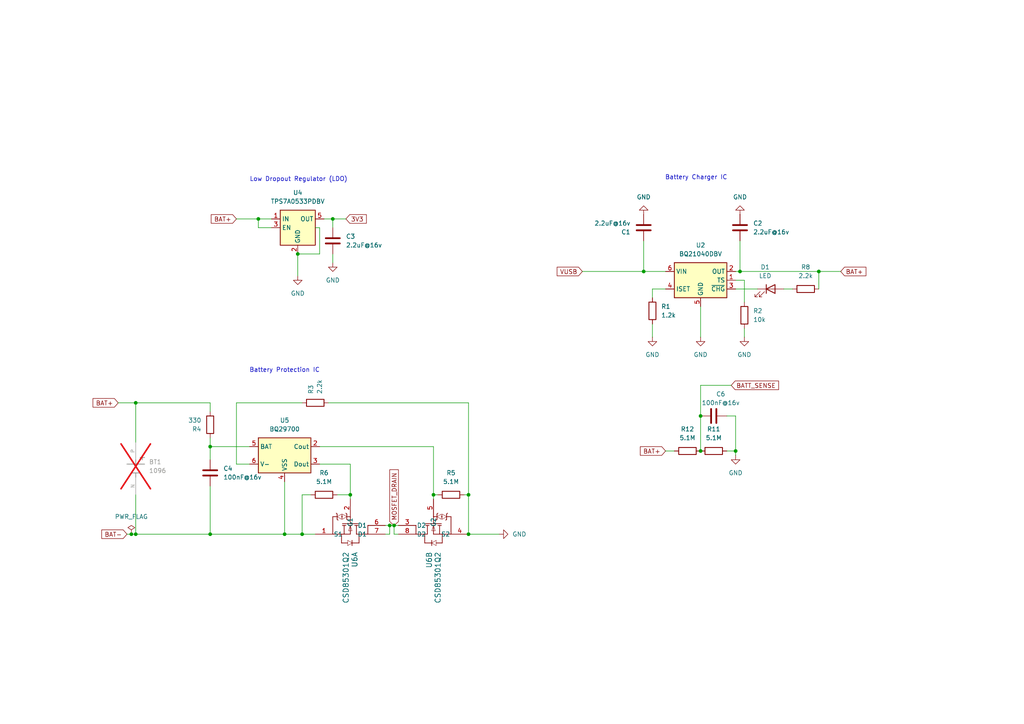
<source format=kicad_sch>
(kicad_sch
	(version 20250114)
	(generator "eeschema")
	(generator_version "9.0")
	(uuid "520173f6-400b-4134-a933-d70975228337")
	(paper "A4")
	(lib_symbols
		(symbol "CSD85301Q2_1"
			(pin_names
				(offset 0.254)
			)
			(exclude_from_sim no)
			(in_bom yes)
			(on_board yes)
			(property "Reference" "U"
				(at 0 2.54 0)
				(effects
					(font
						(size 1.524 1.524)
					)
				)
			)
			(property "Value" "CSD85301Q2"
				(at 0 0 0)
				(effects
					(font
						(size 1.524 1.524)
					)
				)
			)
			(property "Footprint" "DQK0006B"
				(at 0 0 0)
				(effects
					(font
						(size 1.27 1.27)
						(italic yes)
					)
					(hide yes)
				)
			)
			(property "Datasheet" "https://www.ti.com/lit/gpn/csd85301q2"
				(at 0 0 0)
				(effects
					(font
						(size 1.27 1.27)
						(italic yes)
					)
					(hide yes)
				)
			)
			(property "Description" ""
				(at 0 0 0)
				(effects
					(font
						(size 1.27 1.27)
					)
					(hide yes)
				)
			)
			(property "ki_locked" ""
				(at 0 0 0)
				(effects
					(font
						(size 1.27 1.27)
					)
				)
			)
			(property "ki_keywords" "CSD85301Q2"
				(at 0 0 0)
				(effects
					(font
						(size 1.27 1.27)
					)
					(hide yes)
				)
			)
			(property "ki_fp_filters" "DQK0006B"
				(at 0 0 0)
				(effects
					(font
						(size 1.27 1.27)
					)
					(hide yes)
				)
			)
			(symbol "CSD85301Q2_1_1_1"
				(polyline
					(pts
						(xy -3.302 -1.016) (xy -3.556 -1.27)
					)
					(stroke
						(width 0.2032)
						(type default)
					)
					(fill
						(type none)
					)
				)
				(polyline
					(pts
						(xy -3.302 -1.016) (xy -1.778 -1.016)
					)
					(stroke
						(width 0.2032)
						(type default)
					)
					(fill
						(type none)
					)
				)
				(polyline
					(pts
						(xy -3.302 -2.286) (xy -1.778 -2.286)
					)
					(stroke
						(width 0.1016)
						(type default)
					)
					(fill
						(type none)
					)
				)
				(polyline
					(pts
						(xy -3.302 -2.54) (xy -2.54 -3.81)
					)
					(stroke
						(width 0.1016)
						(type default)
					)
					(fill
						(type none)
					)
				)
				(polyline
					(pts
						(xy -3.302 -3.81) (xy -3.556 -4.064)
					)
					(stroke
						(width 0.2032)
						(type default)
					)
					(fill
						(type none)
					)
				)
				(polyline
					(pts
						(xy -2.54 0) (xy -0.508 0)
					)
					(stroke
						(width 0.2032)
						(type default)
					)
					(fill
						(type none)
					)
				)
				(polyline
					(pts
						(xy -2.54 -1.016) (xy -3.302 -2.286)
					)
					(stroke
						(width 0.1016)
						(type default)
					)
					(fill
						(type none)
					)
				)
				(polyline
					(pts
						(xy -2.54 -1.016) (xy -2.54 0)
					)
					(stroke
						(width 0.2032)
						(type default)
					)
					(fill
						(type none)
					)
				)
				(polyline
					(pts
						(xy -2.54 -2.286) (xy -2.54 -2.54)
					)
					(stroke
						(width 0.2032)
						(type default)
					)
					(fill
						(type none)
					)
				)
				(polyline
					(pts
						(xy -2.54 -3.81) (xy -2.54 -5.08)
					)
					(stroke
						(width 0.2032)
						(type default)
					)
					(fill
						(type none)
					)
				)
				(polyline
					(pts
						(xy -2.54 -3.81) (xy -1.778 -2.54)
					)
					(stroke
						(width 0.1016)
						(type default)
					)
					(fill
						(type none)
					)
				)
				(polyline
					(pts
						(xy -2.54 -5.08) (xy 2.54 -5.08)
					)
					(stroke
						(width 0.2032)
						(type default)
					)
					(fill
						(type none)
					)
				)
				(polyline
					(pts
						(xy -1.778 -1.016) (xy -1.524 -0.762)
					)
					(stroke
						(width 0.2032)
						(type default)
					)
					(fill
						(type none)
					)
				)
				(polyline
					(pts
						(xy -1.778 -2.286) (xy -2.54 -1.016)
					)
					(stroke
						(width 0.1016)
						(type default)
					)
					(fill
						(type none)
					)
				)
				(polyline
					(pts
						(xy -1.778 -2.54) (xy -3.302 -2.54)
					)
					(stroke
						(width 0.1016)
						(type default)
					)
					(fill
						(type none)
					)
				)
				(polyline
					(pts
						(xy -1.778 -3.81) (xy -3.302 -3.81)
					)
					(stroke
						(width 0.2032)
						(type default)
					)
					(fill
						(type none)
					)
				)
				(polyline
					(pts
						(xy -1.778 -3.81) (xy -1.524 -3.556)
					)
					(stroke
						(width 0.2032)
						(type default)
					)
					(fill
						(type none)
					)
				)
				(polyline
					(pts
						(xy -0.508 2.286) (xy -0.508 -2.286)
					)
					(stroke
						(width 0.2032)
						(type default)
					)
					(fill
						(type none)
					)
				)
				(polyline
					(pts
						(xy 0 5.08) (xy 2.54 5.08)
					)
					(stroke
						(width 0.2032)
						(type default)
					)
					(fill
						(type none)
					)
				)
				(polyline
					(pts
						(xy 0 2.286) (xy 0 1.27)
					)
					(stroke
						(width 0.2032)
						(type default)
					)
					(fill
						(type none)
					)
				)
				(polyline
					(pts
						(xy 0 0) (xy 1.524 -0.508)
					)
					(stroke
						(width 0.1016)
						(type default)
					)
					(fill
						(type none)
					)
				)
				(polyline
					(pts
						(xy 0 -0.508) (xy 0 0.508)
					)
					(stroke
						(width 0.2032)
						(type default)
					)
					(fill
						(type none)
					)
				)
				(polyline
					(pts
						(xy 0 -2.286) (xy 0 -1.27)
					)
					(stroke
						(width 0.2032)
						(type default)
					)
					(fill
						(type none)
					)
				)
				(polyline
					(pts
						(xy 1.524 0.508) (xy 0 0)
					)
					(stroke
						(width 0.1016)
						(type default)
					)
					(fill
						(type none)
					)
				)
				(polyline
					(pts
						(xy 1.524 -0.508) (xy 1.524 0.508)
					)
					(stroke
						(width 0.1016)
						(type default)
					)
					(fill
						(type none)
					)
				)
				(polyline
					(pts
						(xy 2.54 2.54) (xy 2.54 5.08)
					)
					(stroke
						(width 0.2032)
						(type default)
					)
					(fill
						(type none)
					)
				)
				(polyline
					(pts
						(xy 2.54 2.54) (xy 5.08 2.54)
					)
					(stroke
						(width 0.2032)
						(type default)
					)
					(fill
						(type none)
					)
				)
				(polyline
					(pts
						(xy 2.54 1.778) (xy 0 1.778)
					)
					(stroke
						(width 0.2032)
						(type default)
					)
					(fill
						(type none)
					)
				)
				(polyline
					(pts
						(xy 2.54 1.778) (xy 2.54 2.54)
					)
					(stroke
						(width 0.2032)
						(type default)
					)
					(fill
						(type none)
					)
				)
				(polyline
					(pts
						(xy 2.54 0) (xy 0 0)
					)
					(stroke
						(width 0.2032)
						(type default)
					)
					(fill
						(type none)
					)
				)
				(polyline
					(pts
						(xy 2.54 0) (xy 2.54 -2.54)
					)
					(stroke
						(width 0.2032)
						(type default)
					)
					(fill
						(type none)
					)
				)
				(polyline
					(pts
						(xy 2.54 -1.778) (xy 0 -1.778)
					)
					(stroke
						(width 0.2032)
						(type default)
					)
					(fill
						(type none)
					)
				)
				(polyline
					(pts
						(xy 2.54 -2.54) (xy 5.08 -2.54)
					)
					(stroke
						(width 0.2032)
						(type default)
					)
					(fill
						(type none)
					)
				)
				(polyline
					(pts
						(xy 2.54 -5.08) (xy 2.54 -2.54)
					)
					(stroke
						(width 0.2032)
						(type default)
					)
					(fill
						(type none)
					)
				)
				(polyline
					(pts
						(xy 4.318 0.508) (xy 5.842 0.508)
					)
					(stroke
						(width 0.2032)
						(type default)
					)
					(fill
						(type none)
					)
				)
				(polyline
					(pts
						(xy 4.318 -0.762) (xy 5.842 -0.762)
					)
					(stroke
						(width 0.1016)
						(type default)
					)
					(fill
						(type none)
					)
				)
				(polyline
					(pts
						(xy 5.08 2.54) (xy 5.08 0.508)
					)
					(stroke
						(width 0.2032)
						(type default)
					)
					(fill
						(type none)
					)
				)
				(polyline
					(pts
						(xy 5.08 0.508) (xy 4.318 -0.762)
					)
					(stroke
						(width 0.1016)
						(type default)
					)
					(fill
						(type none)
					)
				)
				(polyline
					(pts
						(xy 5.08 -2.54) (xy 5.08 -0.762)
					)
					(stroke
						(width 0.2032)
						(type default)
					)
					(fill
						(type none)
					)
				)
				(polyline
					(pts
						(xy 5.842 -0.762) (xy 5.08 0.508)
					)
					(stroke
						(width 0.1016)
						(type default)
					)
					(fill
						(type none)
					)
				)
				(pin input line
					(at -7.62 0 0)
					(length 5.08)
					(name "G1"
						(effects
							(font
								(size 1.27 1.27)
							)
						)
					)
					(number "2"
						(effects
							(font
								(size 1.27 1.27)
							)
						)
					)
				)
				(pin passive line
					(at 0 10.16 270)
					(length 5.08)
					(name "D1"
						(effects
							(font
								(size 1.27 1.27)
							)
						)
					)
					(number "6"
						(effects
							(font
								(size 1.27 1.27)
							)
						)
					)
				)
				(pin passive line
					(at 2.54 10.16 270)
					(length 5.08)
					(name "D1"
						(effects
							(font
								(size 1.27 1.27)
							)
						)
					)
					(number "7"
						(effects
							(font
								(size 1.27 1.27)
							)
						)
					)
				)
				(pin passive line
					(at 2.54 -10.16 90)
					(length 5.08)
					(name "S1"
						(effects
							(font
								(size 1.27 1.27)
							)
						)
					)
					(number "1"
						(effects
							(font
								(size 1.27 1.27)
							)
						)
					)
				)
			)
			(symbol "CSD85301Q2_1_2_1"
				(polyline
					(pts
						(xy -3.302 -1.016) (xy -3.556 -1.27)
					)
					(stroke
						(width 0.2032)
						(type default)
					)
					(fill
						(type none)
					)
				)
				(polyline
					(pts
						(xy -3.302 -1.016) (xy -1.778 -1.016)
					)
					(stroke
						(width 0.2032)
						(type default)
					)
					(fill
						(type none)
					)
				)
				(polyline
					(pts
						(xy -3.302 -2.286) (xy -1.778 -2.286)
					)
					(stroke
						(width 0.1016)
						(type default)
					)
					(fill
						(type none)
					)
				)
				(polyline
					(pts
						(xy -3.302 -2.54) (xy -2.54 -3.81)
					)
					(stroke
						(width 0.1016)
						(type default)
					)
					(fill
						(type none)
					)
				)
				(polyline
					(pts
						(xy -3.302 -3.81) (xy -3.556 -4.064)
					)
					(stroke
						(width 0.2032)
						(type default)
					)
					(fill
						(type none)
					)
				)
				(polyline
					(pts
						(xy -2.54 0) (xy -0.508 0)
					)
					(stroke
						(width 0.2032)
						(type default)
					)
					(fill
						(type none)
					)
				)
				(polyline
					(pts
						(xy -2.54 -1.016) (xy -3.302 -2.286)
					)
					(stroke
						(width 0.1016)
						(type default)
					)
					(fill
						(type none)
					)
				)
				(polyline
					(pts
						(xy -2.54 -1.016) (xy -2.54 0)
					)
					(stroke
						(width 0.2032)
						(type default)
					)
					(fill
						(type none)
					)
				)
				(polyline
					(pts
						(xy -2.54 -2.286) (xy -2.54 -2.54)
					)
					(stroke
						(width 0.2032)
						(type default)
					)
					(fill
						(type none)
					)
				)
				(polyline
					(pts
						(xy -2.54 -3.81) (xy -2.54 -5.08)
					)
					(stroke
						(width 0.2032)
						(type default)
					)
					(fill
						(type none)
					)
				)
				(polyline
					(pts
						(xy -2.54 -3.81) (xy -1.778 -2.54)
					)
					(stroke
						(width 0.1016)
						(type default)
					)
					(fill
						(type none)
					)
				)
				(polyline
					(pts
						(xy -2.54 -5.08) (xy 2.54 -5.08)
					)
					(stroke
						(width 0.2032)
						(type default)
					)
					(fill
						(type none)
					)
				)
				(polyline
					(pts
						(xy -1.778 -1.016) (xy -1.524 -0.762)
					)
					(stroke
						(width 0.2032)
						(type default)
					)
					(fill
						(type none)
					)
				)
				(polyline
					(pts
						(xy -1.778 -2.286) (xy -2.54 -1.016)
					)
					(stroke
						(width 0.1016)
						(type default)
					)
					(fill
						(type none)
					)
				)
				(polyline
					(pts
						(xy -1.778 -2.54) (xy -3.302 -2.54)
					)
					(stroke
						(width 0.1016)
						(type default)
					)
					(fill
						(type none)
					)
				)
				(polyline
					(pts
						(xy -1.778 -3.81) (xy -3.302 -3.81)
					)
					(stroke
						(width 0.2032)
						(type default)
					)
					(fill
						(type none)
					)
				)
				(polyline
					(pts
						(xy -1.778 -3.81) (xy -1.524 -3.556)
					)
					(stroke
						(width 0.2032)
						(type default)
					)
					(fill
						(type none)
					)
				)
				(polyline
					(pts
						(xy -0.508 2.286) (xy -0.508 -2.286)
					)
					(stroke
						(width 0.2032)
						(type default)
					)
					(fill
						(type none)
					)
				)
				(polyline
					(pts
						(xy 0 5.08) (xy 2.54 5.08)
					)
					(stroke
						(width 0.2032)
						(type default)
					)
					(fill
						(type none)
					)
				)
				(polyline
					(pts
						(xy 0 2.286) (xy 0 1.27)
					)
					(stroke
						(width 0.2032)
						(type default)
					)
					(fill
						(type none)
					)
				)
				(polyline
					(pts
						(xy 0 0) (xy 1.524 -0.508)
					)
					(stroke
						(width 0.1016)
						(type default)
					)
					(fill
						(type none)
					)
				)
				(polyline
					(pts
						(xy 0 -0.508) (xy 0 0.508)
					)
					(stroke
						(width 0.2032)
						(type default)
					)
					(fill
						(type none)
					)
				)
				(polyline
					(pts
						(xy 0 -2.286) (xy 0 -1.27)
					)
					(stroke
						(width 0.2032)
						(type default)
					)
					(fill
						(type none)
					)
				)
				(polyline
					(pts
						(xy 1.524 0.508) (xy 0 0)
					)
					(stroke
						(width 0.1016)
						(type default)
					)
					(fill
						(type none)
					)
				)
				(polyline
					(pts
						(xy 1.524 -0.508) (xy 1.524 0.508)
					)
					(stroke
						(width 0.1016)
						(type default)
					)
					(fill
						(type none)
					)
				)
				(polyline
					(pts
						(xy 2.54 2.54) (xy 2.54 5.08)
					)
					(stroke
						(width 0.2032)
						(type default)
					)
					(fill
						(type none)
					)
				)
				(polyline
					(pts
						(xy 2.54 2.54) (xy 5.08 2.54)
					)
					(stroke
						(width 0.2032)
						(type default)
					)
					(fill
						(type none)
					)
				)
				(polyline
					(pts
						(xy 2.54 1.778) (xy 0 1.778)
					)
					(stroke
						(width 0.2032)
						(type default)
					)
					(fill
						(type none)
					)
				)
				(polyline
					(pts
						(xy 2.54 1.778) (xy 2.54 2.54)
					)
					(stroke
						(width 0.2032)
						(type default)
					)
					(fill
						(type none)
					)
				)
				(polyline
					(pts
						(xy 2.54 0) (xy 0 0)
					)
					(stroke
						(width 0.2032)
						(type default)
					)
					(fill
						(type none)
					)
				)
				(polyline
					(pts
						(xy 2.54 0) (xy 2.54 -2.54)
					)
					(stroke
						(width 0.2032)
						(type default)
					)
					(fill
						(type none)
					)
				)
				(polyline
					(pts
						(xy 2.54 -1.778) (xy 0 -1.778)
					)
					(stroke
						(width 0.2032)
						(type default)
					)
					(fill
						(type none)
					)
				)
				(polyline
					(pts
						(xy 2.54 -2.54) (xy 5.08 -2.54)
					)
					(stroke
						(width 0.2032)
						(type default)
					)
					(fill
						(type none)
					)
				)
				(polyline
					(pts
						(xy 2.54 -5.08) (xy 2.54 -2.54)
					)
					(stroke
						(width 0.2032)
						(type default)
					)
					(fill
						(type none)
					)
				)
				(polyline
					(pts
						(xy 4.318 0.508) (xy 5.842 0.508)
					)
					(stroke
						(width 0.2032)
						(type default)
					)
					(fill
						(type none)
					)
				)
				(polyline
					(pts
						(xy 4.318 -0.762) (xy 5.842 -0.762)
					)
					(stroke
						(width 0.1016)
						(type default)
					)
					(fill
						(type none)
					)
				)
				(polyline
					(pts
						(xy 5.08 2.54) (xy 5.08 0.508)
					)
					(stroke
						(width 0.2032)
						(type default)
					)
					(fill
						(type none)
					)
				)
				(polyline
					(pts
						(xy 5.08 0.508) (xy 4.318 -0.762)
					)
					(stroke
						(width 0.1016)
						(type default)
					)
					(fill
						(type none)
					)
				)
				(polyline
					(pts
						(xy 5.08 -2.54) (xy 5.08 -0.762)
					)
					(stroke
						(width 0.2032)
						(type default)
					)
					(fill
						(type none)
					)
				)
				(polyline
					(pts
						(xy 5.842 -0.762) (xy 5.08 0.508)
					)
					(stroke
						(width 0.1016)
						(type default)
					)
					(fill
						(type none)
					)
				)
				(pin input line
					(at -7.62 0 0)
					(length 5.08)
					(name "G2"
						(effects
							(font
								(size 1.27 1.27)
							)
						)
					)
					(number "5"
						(effects
							(font
								(size 1.27 1.27)
							)
						)
					)
				)
				(pin passive line
					(at 0 10.16 270)
					(length 5.08)
					(name "D2"
						(effects
							(font
								(size 1.27 1.27)
							)
						)
					)
					(number "3"
						(effects
							(font
								(size 1.27 1.27)
							)
						)
					)
				)
				(pin passive line
					(at 2.54 10.16 270)
					(length 5.08)
					(name "D2"
						(effects
							(font
								(size 1.27 1.27)
							)
						)
					)
					(number "8"
						(effects
							(font
								(size 1.27 1.27)
							)
						)
					)
				)
				(pin passive line
					(at 2.54 -10.16 90)
					(length 5.08)
					(name "S2"
						(effects
							(font
								(size 1.27 1.27)
							)
						)
					)
					(number "4"
						(effects
							(font
								(size 1.27 1.27)
							)
						)
					)
				)
			)
			(embedded_fonts no)
		)
		(symbol "smart_sensor_battery:1096"
			(pin_names
				(offset 1.016)
			)
			(exclude_from_sim no)
			(in_bom yes)
			(on_board yes)
			(property "Reference" "BT"
				(at -3.81 3.81 0)
				(effects
					(font
						(size 1.27 1.27)
					)
					(justify left bottom)
				)
			)
			(property "Value" "1096"
				(at -3.81 -5.08 0)
				(effects
					(font
						(size 1.27 1.27)
					)
					(justify left bottom)
				)
			)
			(property "Footprint" "1096:BAT_1096"
				(at 0 0 0)
				(effects
					(font
						(size 1.27 1.27)
					)
					(justify bottom)
					(hide yes)
				)
			)
			(property "Datasheet" ""
				(at 0 0 0)
				(effects
					(font
						(size 1.27 1.27)
					)
					(hide yes)
				)
			)
			(property "Description" ""
				(at 0 0 0)
				(effects
					(font
						(size 1.27 1.27)
					)
					(hide yes)
				)
			)
			(property "MF" "Keystone Electronics"
				(at 0 0 0)
				(effects
					(font
						(size 1.27 1.27)
					)
					(justify bottom)
					(hide yes)
				)
			)
			(property "MAXIMUM_PACKAGE_HEIGHT" "15.11mm"
				(at 0 0 0)
				(effects
					(font
						(size 1.27 1.27)
					)
					(justify bottom)
					(hide yes)
				)
			)
			(property "Package" "None"
				(at 0 0 0)
				(effects
					(font
						(size 1.27 1.27)
					)
					(justify bottom)
					(hide yes)
				)
			)
			(property "Price" "None"
				(at 0 0 0)
				(effects
					(font
						(size 1.27 1.27)
					)
					(justify bottom)
					(hide yes)
				)
			)
			(property "Check_prices" "https://www.snapeda.com/parts/1096/Keystone/view-part/?ref=eda"
				(at 0 0 0)
				(effects
					(font
						(size 1.27 1.27)
					)
					(justify bottom)
					(hide yes)
				)
			)
			(property "STANDARD" "Manufacturer Recommendations"
				(at 0 0 0)
				(effects
					(font
						(size 1.27 1.27)
					)
					(justify bottom)
					(hide yes)
				)
			)
			(property "PARTREV" "A"
				(at 0 0 0)
				(effects
					(font
						(size 1.27 1.27)
					)
					(justify bottom)
					(hide yes)
				)
			)
			(property "SnapEDA_Link" "https://www.snapeda.com/parts/1096/Keystone/view-part/?ref=snap"
				(at 0 0 0)
				(effects
					(font
						(size 1.27 1.27)
					)
					(justify bottom)
					(hide yes)
				)
			)
			(property "MP" "1096"
				(at 0 0 0)
				(effects
					(font
						(size 1.27 1.27)
					)
					(justify bottom)
					(hide yes)
				)
			)
			(property "Purchase-URL" "https://www.snapeda.com/api/url_track_click_mouser/?unipart_id=5529314&manufacturer=Keystone Electronics&part_name=1096&search_term=18350 holder"
				(at 0 0 0)
				(effects
					(font
						(size 1.27 1.27)
					)
					(justify bottom)
					(hide yes)
				)
			)
			(property "Description_1" "SMT Battery Holder for 18350 Battery | Keystone Electronics 1096"
				(at 0 0 0)
				(effects
					(font
						(size 1.27 1.27)
					)
					(justify bottom)
					(hide yes)
				)
			)
			(property "MANUFACTURER" "Keystone Electronics"
				(at 0 0 0)
				(effects
					(font
						(size 1.27 1.27)
					)
					(justify bottom)
					(hide yes)
				)
			)
			(property "Availability" "In Stock"
				(at 0 0 0)
				(effects
					(font
						(size 1.27 1.27)
					)
					(justify bottom)
					(hide yes)
				)
			)
			(property "SNAPEDA_PN" "1096"
				(at 0 0 0)
				(effects
					(font
						(size 1.27 1.27)
					)
					(justify bottom)
					(hide yes)
				)
			)
			(symbol "1096_0_0"
				(polyline
					(pts
						(xy -3.81 1.905) (xy -2.54 1.905)
					)
					(stroke
						(width 0.254)
						(type default)
					)
					(fill
						(type none)
					)
				)
				(polyline
					(pts
						(xy -3.175 2.54) (xy -3.175 1.27)
					)
					(stroke
						(width 0.254)
						(type default)
					)
					(fill
						(type none)
					)
				)
				(polyline
					(pts
						(xy -1.27 2.54) (xy -1.27 0)
					)
					(stroke
						(width 0.254)
						(type default)
					)
					(fill
						(type none)
					)
				)
				(polyline
					(pts
						(xy -1.27 0) (xy -2.54 0)
					)
					(stroke
						(width 0.254)
						(type default)
					)
					(fill
						(type none)
					)
				)
				(polyline
					(pts
						(xy -1.27 0) (xy -1.27 -2.54)
					)
					(stroke
						(width 0.254)
						(type default)
					)
					(fill
						(type none)
					)
				)
				(polyline
					(pts
						(xy 1.27 1.27) (xy 1.27 0)
					)
					(stroke
						(width 0.254)
						(type default)
					)
					(fill
						(type none)
					)
				)
				(polyline
					(pts
						(xy 1.27 0) (xy 1.27 -1.27)
					)
					(stroke
						(width 0.254)
						(type default)
					)
					(fill
						(type none)
					)
				)
				(polyline
					(pts
						(xy 1.27 0) (xy 2.54 0)
					)
					(stroke
						(width 0.254)
						(type default)
					)
					(fill
						(type none)
					)
				)
				(pin passive line
					(at -7.62 0 0)
					(length 5.08)
					(name "~"
						(effects
							(font
								(size 1.016 1.016)
							)
						)
					)
					(number "P"
						(effects
							(font
								(size 1.016 1.016)
							)
						)
					)
				)
				(pin passive line
					(at 7.62 0 180)
					(length 5.08)
					(name "~"
						(effects
							(font
								(size 1.016 1.016)
							)
						)
					)
					(number "N"
						(effects
							(font
								(size 1.016 1.016)
							)
						)
					)
				)
			)
			(embedded_fonts no)
		)
		(symbol "smart_sensor_battery:BQ21040DBV"
			(exclude_from_sim no)
			(in_bom yes)
			(on_board yes)
			(property "Reference" "U"
				(at -7.62 6.35 0)
				(effects
					(font
						(size 1.27 1.27)
					)
					(justify left)
				)
			)
			(property "Value" "BQ21040DBV"
				(at 1.27 6.35 0)
				(effects
					(font
						(size 1.27 1.27)
					)
					(justify left)
				)
			)
			(property "Footprint" "Package_TO_SOT_SMD:SOT-23-6"
				(at 1.27 -6.35 0)
				(effects
					(font
						(size 1.27 1.27)
						(italic yes)
					)
					(justify left)
					(hide yes)
				)
			)
			(property "Datasheet" "https://www.ti.com/lit/ds/symlink/bq21040.pdf"
				(at 0 -18.288 0)
				(effects
					(font
						(size 1.27 1.27)
					)
					(hide yes)
				)
			)
			(property "Description" "Single cell, 0.8A Li-Ion/Li-Po linear charge management controller, up to 30V input, 4.2V charge voltage, Open-Drain Status Output, Temperature sense input, SOT-23-6"
				(at 0 0 0)
				(effects
					(font
						(size 1.27 1.27)
					)
					(hide yes)
				)
			)
			(property "ki_keywords" "1-cell battery charger lithium"
				(at 0 0 0)
				(effects
					(font
						(size 1.27 1.27)
					)
					(hide yes)
				)
			)
			(property "ki_fp_filters" "SOT?23*"
				(at 0 0 0)
				(effects
					(font
						(size 1.27 1.27)
					)
					(hide yes)
				)
			)
			(symbol "BQ21040DBV_0_1"
				(rectangle
					(start -7.62 5.08)
					(end 7.62 -5.08)
					(stroke
						(width 0.254)
						(type default)
					)
					(fill
						(type background)
					)
				)
			)
			(symbol "BQ21040DBV_1_1"
				(pin power_in line
					(at -10.16 2.54 0)
					(length 2.54)
					(name "VIN"
						(effects
							(font
								(size 1.27 1.27)
							)
						)
					)
					(number "6"
						(effects
							(font
								(size 1.27 1.27)
							)
						)
					)
				)
				(pin input line
					(at -10.16 -2.54 0)
					(length 2.54)
					(name "ISET"
						(effects
							(font
								(size 1.27 1.27)
							)
						)
					)
					(number "4"
						(effects
							(font
								(size 1.27 1.27)
							)
						)
					)
				)
				(pin power_in line
					(at 0 -7.62 90)
					(length 2.54)
					(name "GND"
						(effects
							(font
								(size 1.27 1.27)
							)
						)
					)
					(number "5"
						(effects
							(font
								(size 1.27 1.27)
							)
						)
					)
				)
				(pin power_out line
					(at 10.16 2.54 180)
					(length 2.54)
					(name "OUT"
						(effects
							(font
								(size 1.27 1.27)
							)
						)
					)
					(number "2"
						(effects
							(font
								(size 1.27 1.27)
							)
						)
					)
				)
				(pin input line
					(at 10.16 0 180)
					(length 2.54)
					(name "TS"
						(effects
							(font
								(size 1.27 1.27)
							)
						)
					)
					(number "1"
						(effects
							(font
								(size 1.27 1.27)
							)
						)
					)
				)
				(pin open_collector line
					(at 10.16 -2.54 180)
					(length 2.54)
					(name "~{CHG}"
						(effects
							(font
								(size 1.27 1.27)
							)
						)
					)
					(number "3"
						(effects
							(font
								(size 1.27 1.27)
							)
						)
					)
				)
			)
			(embedded_fonts no)
		)
		(symbol "smart_sensor_battery:BQ297xy"
			(exclude_from_sim no)
			(in_bom yes)
			(on_board yes)
			(property "Reference" "U"
				(at -6.35 6.35 0)
				(effects
					(font
						(size 1.27 1.27)
					)
				)
			)
			(property "Value" "BQ297xy"
				(at 5.08 -6.35 0)
				(effects
					(font
						(size 1.27 1.27)
					)
				)
			)
			(property "Footprint" "Package_SON:WSON-6_1.5x1.5mm_P0.5mm"
				(at 0 8.89 0)
				(effects
					(font
						(size 1.27 1.27)
					)
					(hide yes)
				)
			)
			(property "Datasheet" "http://www.ti.com/lit/ds/symlink/bq2970.pdf"
				(at -6.35 5.08 0)
				(effects
					(font
						(size 1.27 1.27)
					)
					(hide yes)
				)
			)
			(property "Description" "Voltage and Current Protection for Single-Cell Li-Ion and Li-Polymer Batteries"
				(at 0 0 0)
				(effects
					(font
						(size 1.27 1.27)
					)
					(hide yes)
				)
			)
			(property "ki_keywords" "protection Li-Ion Li-Pol"
				(at 0 0 0)
				(effects
					(font
						(size 1.27 1.27)
					)
					(hide yes)
				)
			)
			(property "ki_fp_filters" "WSON*1.5x1.5mm*P0.5mm*"
				(at 0 0 0)
				(effects
					(font
						(size 1.27 1.27)
					)
					(hide yes)
				)
			)
			(symbol "BQ297xy_0_1"
				(rectangle
					(start -7.62 5.08)
					(end 7.62 -5.08)
					(stroke
						(width 0.254)
						(type default)
					)
					(fill
						(type background)
					)
				)
			)
			(symbol "BQ297xy_1_1"
				(pin input line
					(at -10.16 2.54 0)
					(length 2.54)
					(name "BAT"
						(effects
							(font
								(size 1.27 1.27)
							)
						)
					)
					(number "5"
						(effects
							(font
								(size 1.27 1.27)
							)
						)
					)
				)
				(pin input line
					(at -10.16 -2.54 0)
					(length 2.54)
					(name "V-"
						(effects
							(font
								(size 1.27 1.27)
							)
						)
					)
					(number "6"
						(effects
							(font
								(size 1.27 1.27)
							)
						)
					)
				)
				(pin power_in line
					(at 0 -7.62 90)
					(length 2.54)
					(name "VSS"
						(effects
							(font
								(size 1.27 1.27)
							)
						)
					)
					(number "4"
						(effects
							(font
								(size 1.27 1.27)
							)
						)
					)
				)
				(pin no_connect line
					(at 7.62 0 180)
					(length 2.54)
					(hide yes)
					(name "NC"
						(effects
							(font
								(size 1.27 1.27)
							)
						)
					)
					(number "1"
						(effects
							(font
								(size 1.27 1.27)
							)
						)
					)
				)
				(pin output line
					(at 10.16 2.54 180)
					(length 2.54)
					(name "Cout"
						(effects
							(font
								(size 1.27 1.27)
							)
						)
					)
					(number "2"
						(effects
							(font
								(size 1.27 1.27)
							)
						)
					)
				)
				(pin output line
					(at 10.16 -2.54 180)
					(length 2.54)
					(name "Dout"
						(effects
							(font
								(size 1.27 1.27)
							)
						)
					)
					(number "3"
						(effects
							(font
								(size 1.27 1.27)
							)
						)
					)
				)
			)
			(embedded_fonts no)
		)
		(symbol "smart_sensor_battery:C"
			(pin_numbers
				(hide yes)
			)
			(pin_names
				(offset 0.254)
			)
			(exclude_from_sim no)
			(in_bom yes)
			(on_board yes)
			(property "Reference" "C"
				(at 0.635 2.54 0)
				(effects
					(font
						(size 1.27 1.27)
					)
					(justify left)
				)
			)
			(property "Value" "C"
				(at 0.635 -2.54 0)
				(effects
					(font
						(size 1.27 1.27)
					)
					(justify left)
				)
			)
			(property "Footprint" ""
				(at 0.9652 -3.81 0)
				(effects
					(font
						(size 1.27 1.27)
					)
					(hide yes)
				)
			)
			(property "Datasheet" "~"
				(at 0 0 0)
				(effects
					(font
						(size 1.27 1.27)
					)
					(hide yes)
				)
			)
			(property "Description" "Unpolarized capacitor"
				(at 0 0 0)
				(effects
					(font
						(size 1.27 1.27)
					)
					(hide yes)
				)
			)
			(property "ki_keywords" "cap capacitor"
				(at 0 0 0)
				(effects
					(font
						(size 1.27 1.27)
					)
					(hide yes)
				)
			)
			(property "ki_fp_filters" "C_*"
				(at 0 0 0)
				(effects
					(font
						(size 1.27 1.27)
					)
					(hide yes)
				)
			)
			(symbol "C_0_1"
				(polyline
					(pts
						(xy -2.032 0.762) (xy 2.032 0.762)
					)
					(stroke
						(width 0.508)
						(type default)
					)
					(fill
						(type none)
					)
				)
				(polyline
					(pts
						(xy -2.032 -0.762) (xy 2.032 -0.762)
					)
					(stroke
						(width 0.508)
						(type default)
					)
					(fill
						(type none)
					)
				)
			)
			(symbol "C_1_1"
				(pin passive line
					(at 0 3.81 270)
					(length 2.794)
					(name "~"
						(effects
							(font
								(size 1.27 1.27)
							)
						)
					)
					(number "1"
						(effects
							(font
								(size 1.27 1.27)
							)
						)
					)
				)
				(pin passive line
					(at 0 -3.81 90)
					(length 2.794)
					(name "~"
						(effects
							(font
								(size 1.27 1.27)
							)
						)
					)
					(number "2"
						(effects
							(font
								(size 1.27 1.27)
							)
						)
					)
				)
			)
			(embedded_fonts no)
		)
		(symbol "smart_sensor_battery:CSD85301Q2"
			(pin_names
				(offset 0.254)
			)
			(exclude_from_sim no)
			(in_bom yes)
			(on_board yes)
			(property "Reference" "U"
				(at 0 2.54 0)
				(effects
					(font
						(size 1.524 1.524)
					)
				)
			)
			(property "Value" "CSD85301Q2"
				(at 0 0 0)
				(effects
					(font
						(size 1.524 1.524)
					)
				)
			)
			(property "Footprint" "DQK0006B"
				(at 0 0 0)
				(effects
					(font
						(size 1.27 1.27)
						(italic yes)
					)
					(hide yes)
				)
			)
			(property "Datasheet" "https://www.ti.com/lit/gpn/csd85301q2"
				(at 0 0 0)
				(effects
					(font
						(size 1.27 1.27)
						(italic yes)
					)
					(hide yes)
				)
			)
			(property "Description" ""
				(at 0 0 0)
				(effects
					(font
						(size 1.27 1.27)
					)
					(hide yes)
				)
			)
			(property "ki_locked" ""
				(at 0 0 0)
				(effects
					(font
						(size 1.27 1.27)
					)
				)
			)
			(property "ki_keywords" "CSD85301Q2"
				(at 0 0 0)
				(effects
					(font
						(size 1.27 1.27)
					)
					(hide yes)
				)
			)
			(property "ki_fp_filters" "DQK0006B"
				(at 0 0 0)
				(effects
					(font
						(size 1.27 1.27)
					)
					(hide yes)
				)
			)
			(symbol "CSD85301Q2_1_1"
				(polyline
					(pts
						(xy -3.302 -1.016) (xy -3.556 -1.27)
					)
					(stroke
						(width 0.2032)
						(type default)
					)
					(fill
						(type none)
					)
				)
				(polyline
					(pts
						(xy -3.302 -1.016) (xy -1.778 -1.016)
					)
					(stroke
						(width 0.2032)
						(type default)
					)
					(fill
						(type none)
					)
				)
				(polyline
					(pts
						(xy -3.302 -2.286) (xy -1.778 -2.286)
					)
					(stroke
						(width 0.1016)
						(type default)
					)
					(fill
						(type none)
					)
				)
				(polyline
					(pts
						(xy -3.302 -2.54) (xy -2.54 -3.81)
					)
					(stroke
						(width 0.1016)
						(type default)
					)
					(fill
						(type none)
					)
				)
				(polyline
					(pts
						(xy -3.302 -3.81) (xy -3.556 -4.064)
					)
					(stroke
						(width 0.2032)
						(type default)
					)
					(fill
						(type none)
					)
				)
				(polyline
					(pts
						(xy -2.54 0) (xy -0.508 0)
					)
					(stroke
						(width 0.2032)
						(type default)
					)
					(fill
						(type none)
					)
				)
				(polyline
					(pts
						(xy -2.54 -1.016) (xy -3.302 -2.286)
					)
					(stroke
						(width 0.1016)
						(type default)
					)
					(fill
						(type none)
					)
				)
				(polyline
					(pts
						(xy -2.54 -1.016) (xy -2.54 0)
					)
					(stroke
						(width 0.2032)
						(type default)
					)
					(fill
						(type none)
					)
				)
				(polyline
					(pts
						(xy -2.54 -2.286) (xy -2.54 -2.54)
					)
					(stroke
						(width 0.2032)
						(type default)
					)
					(fill
						(type none)
					)
				)
				(polyline
					(pts
						(xy -2.54 -3.81) (xy -2.54 -5.08)
					)
					(stroke
						(width 0.2032)
						(type default)
					)
					(fill
						(type none)
					)
				)
				(polyline
					(pts
						(xy -2.54 -3.81) (xy -1.778 -2.54)
					)
					(stroke
						(width 0.1016)
						(type default)
					)
					(fill
						(type none)
					)
				)
				(polyline
					(pts
						(xy -2.54 -5.08) (xy 2.54 -5.08)
					)
					(stroke
						(width 0.2032)
						(type default)
					)
					(fill
						(type none)
					)
				)
				(polyline
					(pts
						(xy -1.778 -1.016) (xy -1.524 -0.762)
					)
					(stroke
						(width 0.2032)
						(type default)
					)
					(fill
						(type none)
					)
				)
				(polyline
					(pts
						(xy -1.778 -2.286) (xy -2.54 -1.016)
					)
					(stroke
						(width 0.1016)
						(type default)
					)
					(fill
						(type none)
					)
				)
				(polyline
					(pts
						(xy -1.778 -2.54) (xy -3.302 -2.54)
					)
					(stroke
						(width 0.1016)
						(type default)
					)
					(fill
						(type none)
					)
				)
				(polyline
					(pts
						(xy -1.778 -3.81) (xy -3.302 -3.81)
					)
					(stroke
						(width 0.2032)
						(type default)
					)
					(fill
						(type none)
					)
				)
				(polyline
					(pts
						(xy -1.778 -3.81) (xy -1.524 -3.556)
					)
					(stroke
						(width 0.2032)
						(type default)
					)
					(fill
						(type none)
					)
				)
				(polyline
					(pts
						(xy -0.508 2.286) (xy -0.508 -2.286)
					)
					(stroke
						(width 0.2032)
						(type default)
					)
					(fill
						(type none)
					)
				)
				(polyline
					(pts
						(xy 0 5.08) (xy 2.54 5.08)
					)
					(stroke
						(width 0.2032)
						(type default)
					)
					(fill
						(type none)
					)
				)
				(polyline
					(pts
						(xy 0 2.286) (xy 0 1.27)
					)
					(stroke
						(width 0.2032)
						(type default)
					)
					(fill
						(type none)
					)
				)
				(polyline
					(pts
						(xy 0 0) (xy 1.524 -0.508)
					)
					(stroke
						(width 0.1016)
						(type default)
					)
					(fill
						(type none)
					)
				)
				(polyline
					(pts
						(xy 0 -0.508) (xy 0 0.508)
					)
					(stroke
						(width 0.2032)
						(type default)
					)
					(fill
						(type none)
					)
				)
				(polyline
					(pts
						(xy 0 -2.286) (xy 0 -1.27)
					)
					(stroke
						(width 0.2032)
						(type default)
					)
					(fill
						(type none)
					)
				)
				(polyline
					(pts
						(xy 1.524 0.508) (xy 0 0)
					)
					(stroke
						(width 0.1016)
						(type default)
					)
					(fill
						(type none)
					)
				)
				(polyline
					(pts
						(xy 1.524 -0.508) (xy 1.524 0.508)
					)
					(stroke
						(width 0.1016)
						(type default)
					)
					(fill
						(type none)
					)
				)
				(polyline
					(pts
						(xy 2.54 2.54) (xy 2.54 5.08)
					)
					(stroke
						(width 0.2032)
						(type default)
					)
					(fill
						(type none)
					)
				)
				(polyline
					(pts
						(xy 2.54 2.54) (xy 5.08 2.54)
					)
					(stroke
						(width 0.2032)
						(type default)
					)
					(fill
						(type none)
					)
				)
				(polyline
					(pts
						(xy 2.54 1.778) (xy 0 1.778)
					)
					(stroke
						(width 0.2032)
						(type default)
					)
					(fill
						(type none)
					)
				)
				(polyline
					(pts
						(xy 2.54 1.778) (xy 2.54 2.54)
					)
					(stroke
						(width 0.2032)
						(type default)
					)
					(fill
						(type none)
					)
				)
				(polyline
					(pts
						(xy 2.54 0) (xy 0 0)
					)
					(stroke
						(width 0.2032)
						(type default)
					)
					(fill
						(type none)
					)
				)
				(polyline
					(pts
						(xy 2.54 0) (xy 2.54 -2.54)
					)
					(stroke
						(width 0.2032)
						(type default)
					)
					(fill
						(type none)
					)
				)
				(polyline
					(pts
						(xy 2.54 -1.778) (xy 0 -1.778)
					)
					(stroke
						(width 0.2032)
						(type default)
					)
					(fill
						(type none)
					)
				)
				(polyline
					(pts
						(xy 2.54 -2.54) (xy 5.08 -2.54)
					)
					(stroke
						(width 0.2032)
						(type default)
					)
					(fill
						(type none)
					)
				)
				(polyline
					(pts
						(xy 2.54 -5.08) (xy 2.54 -2.54)
					)
					(stroke
						(width 0.2032)
						(type default)
					)
					(fill
						(type none)
					)
				)
				(polyline
					(pts
						(xy 4.318 0.508) (xy 5.842 0.508)
					)
					(stroke
						(width 0.2032)
						(type default)
					)
					(fill
						(type none)
					)
				)
				(polyline
					(pts
						(xy 4.318 -0.762) (xy 5.842 -0.762)
					)
					(stroke
						(width 0.1016)
						(type default)
					)
					(fill
						(type none)
					)
				)
				(polyline
					(pts
						(xy 5.08 2.54) (xy 5.08 0.508)
					)
					(stroke
						(width 0.2032)
						(type default)
					)
					(fill
						(type none)
					)
				)
				(polyline
					(pts
						(xy 5.08 0.508) (xy 4.318 -0.762)
					)
					(stroke
						(width 0.1016)
						(type default)
					)
					(fill
						(type none)
					)
				)
				(polyline
					(pts
						(xy 5.08 -2.54) (xy 5.08 -0.762)
					)
					(stroke
						(width 0.2032)
						(type default)
					)
					(fill
						(type none)
					)
				)
				(polyline
					(pts
						(xy 5.842 -0.762) (xy 5.08 0.508)
					)
					(stroke
						(width 0.1016)
						(type default)
					)
					(fill
						(type none)
					)
				)
				(pin input line
					(at -7.62 0 0)
					(length 5.08)
					(name "G1"
						(effects
							(font
								(size 1.27 1.27)
							)
						)
					)
					(number "2"
						(effects
							(font
								(size 1.27 1.27)
							)
						)
					)
				)
				(pin passive line
					(at 0 10.16 270)
					(length 5.08)
					(name "D1"
						(effects
							(font
								(size 1.27 1.27)
							)
						)
					)
					(number "6"
						(effects
							(font
								(size 1.27 1.27)
							)
						)
					)
				)
				(pin passive line
					(at 2.54 10.16 270)
					(length 5.08)
					(name "D1"
						(effects
							(font
								(size 1.27 1.27)
							)
						)
					)
					(number "7"
						(effects
							(font
								(size 1.27 1.27)
							)
						)
					)
				)
				(pin passive line
					(at 2.54 -10.16 90)
					(length 5.08)
					(name "S1"
						(effects
							(font
								(size 1.27 1.27)
							)
						)
					)
					(number "1"
						(effects
							(font
								(size 1.27 1.27)
							)
						)
					)
				)
			)
			(symbol "CSD85301Q2_2_1"
				(polyline
					(pts
						(xy -3.302 -1.016) (xy -3.556 -1.27)
					)
					(stroke
						(width 0.2032)
						(type default)
					)
					(fill
						(type none)
					)
				)
				(polyline
					(pts
						(xy -3.302 -1.016) (xy -1.778 -1.016)
					)
					(stroke
						(width 0.2032)
						(type default)
					)
					(fill
						(type none)
					)
				)
				(polyline
					(pts
						(xy -3.302 -2.286) (xy -1.778 -2.286)
					)
					(stroke
						(width 0.1016)
						(type default)
					)
					(fill
						(type none)
					)
				)
				(polyline
					(pts
						(xy -3.302 -2.54) (xy -2.54 -3.81)
					)
					(stroke
						(width 0.1016)
						(type default)
					)
					(fill
						(type none)
					)
				)
				(polyline
					(pts
						(xy -3.302 -3.81) (xy -3.556 -4.064)
					)
					(stroke
						(width 0.2032)
						(type default)
					)
					(fill
						(type none)
					)
				)
				(polyline
					(pts
						(xy -2.54 0) (xy -0.508 0)
					)
					(stroke
						(width 0.2032)
						(type default)
					)
					(fill
						(type none)
					)
				)
				(polyline
					(pts
						(xy -2.54 -1.016) (xy -3.302 -2.286)
					)
					(stroke
						(width 0.1016)
						(type default)
					)
					(fill
						(type none)
					)
				)
				(polyline
					(pts
						(xy -2.54 -1.016) (xy -2.54 0)
					)
					(stroke
						(width 0.2032)
						(type default)
					)
					(fill
						(type none)
					)
				)
				(polyline
					(pts
						(xy -2.54 -2.286) (xy -2.54 -2.54)
					)
					(stroke
						(width 0.2032)
						(type default)
					)
					(fill
						(type none)
					)
				)
				(polyline
					(pts
						(xy -2.54 -3.81) (xy -2.54 -5.08)
					)
					(stroke
						(width 0.2032)
						(type default)
					)
					(fill
						(type none)
					)
				)
				(polyline
					(pts
						(xy -2.54 -3.81) (xy -1.778 -2.54)
					)
					(stroke
						(width 0.1016)
						(type default)
					)
					(fill
						(type none)
					)
				)
				(polyline
					(pts
						(xy -2.54 -5.08) (xy 2.54 -5.08)
					)
					(stroke
						(width 0.2032)
						(type default)
					)
					(fill
						(type none)
					)
				)
				(polyline
					(pts
						(xy -1.778 -1.016) (xy -1.524 -0.762)
					)
					(stroke
						(width 0.2032)
						(type default)
					)
					(fill
						(type none)
					)
				)
				(polyline
					(pts
						(xy -1.778 -2.286) (xy -2.54 -1.016)
					)
					(stroke
						(width 0.1016)
						(type default)
					)
					(fill
						(type none)
					)
				)
				(polyline
					(pts
						(xy -1.778 -2.54) (xy -3.302 -2.54)
					)
					(stroke
						(width 0.1016)
						(type default)
					)
					(fill
						(type none)
					)
				)
				(polyline
					(pts
						(xy -1.778 -3.81) (xy -3.302 -3.81)
					)
					(stroke
						(width 0.2032)
						(type default)
					)
					(fill
						(type none)
					)
				)
				(polyline
					(pts
						(xy -1.778 -3.81) (xy -1.524 -3.556)
					)
					(stroke
						(width 0.2032)
						(type default)
					)
					(fill
						(type none)
					)
				)
				(polyline
					(pts
						(xy -0.508 2.286) (xy -0.508 -2.286)
					)
					(stroke
						(width 0.2032)
						(type default)
					)
					(fill
						(type none)
					)
				)
				(polyline
					(pts
						(xy 0 5.08) (xy 2.54 5.08)
					)
					(stroke
						(width 0.2032)
						(type default)
					)
					(fill
						(type none)
					)
				)
				(polyline
					(pts
						(xy 0 2.286) (xy 0 1.27)
					)
					(stroke
						(width 0.2032)
						(type default)
					)
					(fill
						(type none)
					)
				)
				(polyline
					(pts
						(xy 0 0) (xy 1.524 -0.508)
					)
					(stroke
						(width 0.1016)
						(type default)
					)
					(fill
						(type none)
					)
				)
				(polyline
					(pts
						(xy 0 -0.508) (xy 0 0.508)
					)
					(stroke
						(width 0.2032)
						(type default)
					)
					(fill
						(type none)
					)
				)
				(polyline
					(pts
						(xy 0 -2.286) (xy 0 -1.27)
					)
					(stroke
						(width 0.2032)
						(type default)
					)
					(fill
						(type none)
					)
				)
				(polyline
					(pts
						(xy 1.524 0.508) (xy 0 0)
					)
					(stroke
						(width 0.1016)
						(type default)
					)
					(fill
						(type none)
					)
				)
				(polyline
					(pts
						(xy 1.524 -0.508) (xy 1.524 0.508)
					)
					(stroke
						(width 0.1016)
						(type default)
					)
					(fill
						(type none)
					)
				)
				(polyline
					(pts
						(xy 2.54 2.54) (xy 2.54 5.08)
					)
					(stroke
						(width 0.2032)
						(type default)
					)
					(fill
						(type none)
					)
				)
				(polyline
					(pts
						(xy 2.54 2.54) (xy 5.08 2.54)
					)
					(stroke
						(width 0.2032)
						(type default)
					)
					(fill
						(type none)
					)
				)
				(polyline
					(pts
						(xy 2.54 1.778) (xy 0 1.778)
					)
					(stroke
						(width 0.2032)
						(type default)
					)
					(fill
						(type none)
					)
				)
				(polyline
					(pts
						(xy 2.54 1.778) (xy 2.54 2.54)
					)
					(stroke
						(width 0.2032)
						(type default)
					)
					(fill
						(type none)
					)
				)
				(polyline
					(pts
						(xy 2.54 0) (xy 0 0)
					)
					(stroke
						(width 0.2032)
						(type default)
					)
					(fill
						(type none)
					)
				)
				(polyline
					(pts
						(xy 2.54 0) (xy 2.54 -2.54)
					)
					(stroke
						(width 0.2032)
						(type default)
					)
					(fill
						(type none)
					)
				)
				(polyline
					(pts
						(xy 2.54 -1.778) (xy 0 -1.778)
					)
					(stroke
						(width 0.2032)
						(type default)
					)
					(fill
						(type none)
					)
				)
				(polyline
					(pts
						(xy 2.54 -2.54) (xy 5.08 -2.54)
					)
					(stroke
						(width 0.2032)
						(type default)
					)
					(fill
						(type none)
					)
				)
				(polyline
					(pts
						(xy 2.54 -5.08) (xy 2.54 -2.54)
					)
					(stroke
						(width 0.2032)
						(type default)
					)
					(fill
						(type none)
					)
				)
				(polyline
					(pts
						(xy 4.318 0.508) (xy 5.842 0.508)
					)
					(stroke
						(width 0.2032)
						(type default)
					)
					(fill
						(type none)
					)
				)
				(polyline
					(pts
						(xy 4.318 -0.762) (xy 5.842 -0.762)
					)
					(stroke
						(width 0.1016)
						(type default)
					)
					(fill
						(type none)
					)
				)
				(polyline
					(pts
						(xy 5.08 2.54) (xy 5.08 0.508)
					)
					(stroke
						(width 0.2032)
						(type default)
					)
					(fill
						(type none)
					)
				)
				(polyline
					(pts
						(xy 5.08 0.508) (xy 4.318 -0.762)
					)
					(stroke
						(width 0.1016)
						(type default)
					)
					(fill
						(type none)
					)
				)
				(polyline
					(pts
						(xy 5.08 -2.54) (xy 5.08 -0.762)
					)
					(stroke
						(width 0.2032)
						(type default)
					)
					(fill
						(type none)
					)
				)
				(polyline
					(pts
						(xy 5.842 -0.762) (xy 5.08 0.508)
					)
					(stroke
						(width 0.1016)
						(type default)
					)
					(fill
						(type none)
					)
				)
				(pin input line
					(at -7.62 0 0)
					(length 5.08)
					(name "G2"
						(effects
							(font
								(size 1.27 1.27)
							)
						)
					)
					(number "5"
						(effects
							(font
								(size 1.27 1.27)
							)
						)
					)
				)
				(pin passive line
					(at 0 10.16 270)
					(length 5.08)
					(name "D2"
						(effects
							(font
								(size 1.27 1.27)
							)
						)
					)
					(number "3"
						(effects
							(font
								(size 1.27 1.27)
							)
						)
					)
				)
				(pin passive line
					(at 2.54 10.16 270)
					(length 5.08)
					(name "D2"
						(effects
							(font
								(size 1.27 1.27)
							)
						)
					)
					(number "8"
						(effects
							(font
								(size 1.27 1.27)
							)
						)
					)
				)
				(pin passive line
					(at 2.54 -10.16 90)
					(length 5.08)
					(name "S2"
						(effects
							(font
								(size 1.27 1.27)
							)
						)
					)
					(number "4"
						(effects
							(font
								(size 1.27 1.27)
							)
						)
					)
				)
			)
			(embedded_fonts no)
		)
		(symbol "smart_sensor_battery:GND"
			(power)
			(pin_numbers
				(hide yes)
			)
			(pin_names
				(offset 0)
				(hide yes)
			)
			(exclude_from_sim no)
			(in_bom yes)
			(on_board yes)
			(property "Reference" "#PWR"
				(at 0 -6.35 0)
				(effects
					(font
						(size 1.27 1.27)
					)
					(hide yes)
				)
			)
			(property "Value" "GND"
				(at 0 -3.81 0)
				(effects
					(font
						(size 1.27 1.27)
					)
				)
			)
			(property "Footprint" ""
				(at 0 0 0)
				(effects
					(font
						(size 1.27 1.27)
					)
					(hide yes)
				)
			)
			(property "Datasheet" ""
				(at 0 0 0)
				(effects
					(font
						(size 1.27 1.27)
					)
					(hide yes)
				)
			)
			(property "Description" "Power symbol creates a global label with name \"GND\" , ground"
				(at 0 0 0)
				(effects
					(font
						(size 1.27 1.27)
					)
					(hide yes)
				)
			)
			(property "ki_keywords" "global power"
				(at 0 0 0)
				(effects
					(font
						(size 1.27 1.27)
					)
					(hide yes)
				)
			)
			(symbol "GND_0_1"
				(polyline
					(pts
						(xy 0 0) (xy 0 -1.27) (xy 1.27 -1.27) (xy 0 -2.54) (xy -1.27 -1.27) (xy 0 -1.27)
					)
					(stroke
						(width 0)
						(type default)
					)
					(fill
						(type none)
					)
				)
			)
			(symbol "GND_1_1"
				(pin power_in line
					(at 0 0 270)
					(length 0)
					(name "~"
						(effects
							(font
								(size 1.27 1.27)
							)
						)
					)
					(number "1"
						(effects
							(font
								(size 1.27 1.27)
							)
						)
					)
				)
			)
			(embedded_fonts no)
		)
		(symbol "smart_sensor_battery:LED"
			(pin_numbers
				(hide yes)
			)
			(pin_names
				(offset 1.016)
				(hide yes)
			)
			(exclude_from_sim no)
			(in_bom yes)
			(on_board yes)
			(property "Reference" "D"
				(at 0 2.54 0)
				(effects
					(font
						(size 1.27 1.27)
					)
				)
			)
			(property "Value" "LED"
				(at 0 -2.54 0)
				(effects
					(font
						(size 1.27 1.27)
					)
				)
			)
			(property "Footprint" ""
				(at 0 0 0)
				(effects
					(font
						(size 1.27 1.27)
					)
					(hide yes)
				)
			)
			(property "Datasheet" "~"
				(at 0 0 0)
				(effects
					(font
						(size 1.27 1.27)
					)
					(hide yes)
				)
			)
			(property "Description" "Light emitting diode"
				(at 0 0 0)
				(effects
					(font
						(size 1.27 1.27)
					)
					(hide yes)
				)
			)
			(property "Sim.Pins" "1=K 2=A"
				(at 0 0 0)
				(effects
					(font
						(size 1.27 1.27)
					)
					(hide yes)
				)
			)
			(property "ki_keywords" "LED diode"
				(at 0 0 0)
				(effects
					(font
						(size 1.27 1.27)
					)
					(hide yes)
				)
			)
			(property "ki_fp_filters" "LED* LED_SMD:* LED_THT:*"
				(at 0 0 0)
				(effects
					(font
						(size 1.27 1.27)
					)
					(hide yes)
				)
			)
			(symbol "LED_0_1"
				(polyline
					(pts
						(xy -3.048 -0.762) (xy -4.572 -2.286) (xy -3.81 -2.286) (xy -4.572 -2.286) (xy -4.572 -1.524)
					)
					(stroke
						(width 0)
						(type default)
					)
					(fill
						(type none)
					)
				)
				(polyline
					(pts
						(xy -1.778 -0.762) (xy -3.302 -2.286) (xy -2.54 -2.286) (xy -3.302 -2.286) (xy -3.302 -1.524)
					)
					(stroke
						(width 0)
						(type default)
					)
					(fill
						(type none)
					)
				)
				(polyline
					(pts
						(xy -1.27 0) (xy 1.27 0)
					)
					(stroke
						(width 0)
						(type default)
					)
					(fill
						(type none)
					)
				)
				(polyline
					(pts
						(xy -1.27 -1.27) (xy -1.27 1.27)
					)
					(stroke
						(width 0.254)
						(type default)
					)
					(fill
						(type none)
					)
				)
				(polyline
					(pts
						(xy 1.27 -1.27) (xy 1.27 1.27) (xy -1.27 0) (xy 1.27 -1.27)
					)
					(stroke
						(width 0.254)
						(type default)
					)
					(fill
						(type none)
					)
				)
			)
			(symbol "LED_1_1"
				(pin passive line
					(at -3.81 0 0)
					(length 2.54)
					(name "K"
						(effects
							(font
								(size 1.27 1.27)
							)
						)
					)
					(number "1"
						(effects
							(font
								(size 1.27 1.27)
							)
						)
					)
				)
				(pin passive line
					(at 3.81 0 180)
					(length 2.54)
					(name "A"
						(effects
							(font
								(size 1.27 1.27)
							)
						)
					)
					(number "2"
						(effects
							(font
								(size 1.27 1.27)
							)
						)
					)
				)
			)
			(embedded_fonts no)
		)
		(symbol "smart_sensor_battery:PWR_FLAG"
			(power)
			(pin_numbers
				(hide yes)
			)
			(pin_names
				(offset 0)
				(hide yes)
			)
			(exclude_from_sim no)
			(in_bom yes)
			(on_board yes)
			(property "Reference" "#FLG"
				(at 0 1.905 0)
				(effects
					(font
						(size 1.27 1.27)
					)
					(hide yes)
				)
			)
			(property "Value" "PWR_FLAG"
				(at 0 3.81 0)
				(effects
					(font
						(size 1.27 1.27)
					)
				)
			)
			(property "Footprint" ""
				(at 0 0 0)
				(effects
					(font
						(size 1.27 1.27)
					)
					(hide yes)
				)
			)
			(property "Datasheet" "~"
				(at 0 0 0)
				(effects
					(font
						(size 1.27 1.27)
					)
					(hide yes)
				)
			)
			(property "Description" "Special symbol for telling ERC where power comes from"
				(at 0 0 0)
				(effects
					(font
						(size 1.27 1.27)
					)
					(hide yes)
				)
			)
			(property "ki_keywords" "flag power"
				(at 0 0 0)
				(effects
					(font
						(size 1.27 1.27)
					)
					(hide yes)
				)
			)
			(symbol "PWR_FLAG_0_0"
				(pin power_out line
					(at 0 0 90)
					(length 0)
					(name "~"
						(effects
							(font
								(size 1.27 1.27)
							)
						)
					)
					(number "1"
						(effects
							(font
								(size 1.27 1.27)
							)
						)
					)
				)
			)
			(symbol "PWR_FLAG_0_1"
				(polyline
					(pts
						(xy 0 0) (xy 0 1.27) (xy -1.016 1.905) (xy 0 2.54) (xy 1.016 1.905) (xy 0 1.27)
					)
					(stroke
						(width 0)
						(type default)
					)
					(fill
						(type none)
					)
				)
			)
			(embedded_fonts no)
		)
		(symbol "smart_sensor_battery:R"
			(pin_numbers
				(hide yes)
			)
			(pin_names
				(offset 0)
			)
			(exclude_from_sim no)
			(in_bom yes)
			(on_board yes)
			(property "Reference" "R"
				(at 2.032 0 90)
				(effects
					(font
						(size 1.27 1.27)
					)
				)
			)
			(property "Value" "R"
				(at 0 0 90)
				(effects
					(font
						(size 1.27 1.27)
					)
				)
			)
			(property "Footprint" ""
				(at -1.778 0 90)
				(effects
					(font
						(size 1.27 1.27)
					)
					(hide yes)
				)
			)
			(property "Datasheet" "~"
				(at 0 0 0)
				(effects
					(font
						(size 1.27 1.27)
					)
					(hide yes)
				)
			)
			(property "Description" "Resistor"
				(at 0 0 0)
				(effects
					(font
						(size 1.27 1.27)
					)
					(hide yes)
				)
			)
			(property "ki_keywords" "R res resistor"
				(at 0 0 0)
				(effects
					(font
						(size 1.27 1.27)
					)
					(hide yes)
				)
			)
			(property "ki_fp_filters" "R_*"
				(at 0 0 0)
				(effects
					(font
						(size 1.27 1.27)
					)
					(hide yes)
				)
			)
			(symbol "R_0_1"
				(rectangle
					(start -1.016 -2.54)
					(end 1.016 2.54)
					(stroke
						(width 0.254)
						(type default)
					)
					(fill
						(type none)
					)
				)
			)
			(symbol "R_1_1"
				(pin passive line
					(at 0 3.81 270)
					(length 1.27)
					(name "~"
						(effects
							(font
								(size 1.27 1.27)
							)
						)
					)
					(number "1"
						(effects
							(font
								(size 1.27 1.27)
							)
						)
					)
				)
				(pin passive line
					(at 0 -3.81 90)
					(length 1.27)
					(name "~"
						(effects
							(font
								(size 1.27 1.27)
							)
						)
					)
					(number "2"
						(effects
							(font
								(size 1.27 1.27)
							)
						)
					)
				)
			)
			(embedded_fonts no)
		)
		(symbol "smart_sensor_battery:TPS7A0533PDBV"
			(exclude_from_sim no)
			(in_bom yes)
			(on_board yes)
			(property "Reference" "U4"
				(at 0 10.16 0)
				(effects
					(font
						(size 1.27 1.27)
					)
				)
			)
			(property "Value" "TPS7A0533PDBV"
				(at 0 7.62 0)
				(effects
					(font
						(size 1.27 1.27)
					)
				)
			)
			(property "Footprint" "Package_TO_SOT_SMD:SOT-23-5"
				(at 0 8.89 0)
				(effects
					(font
						(size 1.27 1.27)
					)
					(hide yes)
				)
			)
			(property "Datasheet" "https://www.ti.com/lit/ds/symlink/tps7a05.pdf"
				(at 0 12.7 0)
				(effects
					(font
						(size 1.27 1.27)
					)
					(hide yes)
				)
			)
			(property "Description" "200-mA Ultra-Low-Iq LDO, 3.3V, SOT-23-5"
				(at 0 0 0)
				(effects
					(font
						(size 1.27 1.27)
					)
					(hide yes)
				)
			)
			(property "LCSC Part no." "C493453"
				(at 0 0 0)
				(effects
					(font
						(size 1.27 1.27)
					)
					(hide yes)
				)
			)
			(property "ki_keywords" "Single Output LDO Low-Iq"
				(at 0 0 0)
				(effects
					(font
						(size 1.27 1.27)
					)
					(hide yes)
				)
			)
			(property "ki_fp_filters" "SOT?23*"
				(at 0 0 0)
				(effects
					(font
						(size 1.27 1.27)
					)
					(hide yes)
				)
			)
			(symbol "TPS7A0533PDBV_0_1"
				(rectangle
					(start -5.08 5.08)
					(end 5.08 -5.08)
					(stroke
						(width 0.254)
						(type default)
					)
					(fill
						(type background)
					)
				)
				(pin power_in line
					(at -7.62 2.54 0)
					(length 2.54)
					(name "IN"
						(effects
							(font
								(size 1.27 1.27)
							)
						)
					)
					(number "1"
						(effects
							(font
								(size 1.27 1.27)
							)
						)
					)
				)
				(pin input line
					(at -7.62 0 0)
					(length 2.54)
					(name "EN"
						(effects
							(font
								(size 1.27 1.27)
							)
						)
					)
					(number "3"
						(effects
							(font
								(size 1.27 1.27)
							)
						)
					)
				)
				(pin power_in line
					(at 0 -7.62 90)
					(length 2.54)
					(name "GND"
						(effects
							(font
								(size 1.27 1.27)
							)
						)
					)
					(number "2"
						(effects
							(font
								(size 1.27 1.27)
							)
						)
					)
				)
				(pin power_in line
					(at 5.08 0 180)
					(length 2.54)
					(hide yes)
					(name "NC_(GND)"
						(effects
							(font
								(size 1.27 1.27)
							)
						)
					)
					(number "4"
						(effects
							(font
								(size 1.27 1.27)
							)
						)
					)
				)
				(pin power_out line
					(at 7.62 2.54 180)
					(length 2.54)
					(name "OUT"
						(effects
							(font
								(size 1.27 1.27)
							)
						)
					)
					(number "5"
						(effects
							(font
								(size 1.27 1.27)
							)
						)
					)
				)
			)
			(embedded_fonts no)
		)
	)
	(text "Battery Protection IC\n"
		(exclude_from_sim no)
		(at 82.55 107.442 0)
		(effects
			(font
				(size 1.27 1.27)
			)
		)
		(uuid "09406d32-ec83-4b6f-982e-0047ea5e8641")
	)
	(text "Battery Charger IC"
		(exclude_from_sim no)
		(at 201.93 51.562 0)
		(effects
			(font
				(size 1.27 1.27)
			)
		)
		(uuid "45c6acc7-2dfd-4206-b859-20be7cddc193")
	)
	(text "Low Dropout Regulator (LDO)"
		(exclude_from_sim no)
		(at 86.614 52.07 0)
		(effects
			(font
				(size 1.27 1.27)
			)
		)
		(uuid "8c29c64f-271a-4db2-9e99-aeb7b573d6f0")
	)
	(junction
		(at 86.36 73.66)
		(diameter 0)
		(color 0 0 0 0)
		(uuid "01f7ba74-0357-483a-b432-a965158603ae")
	)
	(junction
		(at 60.96 154.94)
		(diameter 0)
		(color 0 0 0 0)
		(uuid "07bef76e-4283-401b-8a88-cc131b2e44a9")
	)
	(junction
		(at 135.89 154.94)
		(diameter 0)
		(color 0 0 0 0)
		(uuid "07d4bec6-e327-462f-b260-e9878ac3997b")
	)
	(junction
		(at 113.03 152.4)
		(diameter 0)
		(color 0 0 0 0)
		(uuid "08bd2edb-be26-4197-987c-778bd144a166")
	)
	(junction
		(at 39.37 154.94)
		(diameter 0)
		(color 0 0 0 0)
		(uuid "1affe0f3-af38-438e-8815-a0e09ea20e4c")
	)
	(junction
		(at 38.1 154.94)
		(diameter 0)
		(color 0 0 0 0)
		(uuid "2ec097af-cf74-4c9a-96f4-12ef3b256ae0")
	)
	(junction
		(at 87.63 154.94)
		(diameter 0)
		(color 0 0 0 0)
		(uuid "38fe09ad-167f-43c4-81d5-237ab08bf83c")
	)
	(junction
		(at 186.69 78.74)
		(diameter 0)
		(color 0 0 0 0)
		(uuid "3adbec35-e4f4-4e80-be8e-1772132d95e5")
	)
	(junction
		(at 213.36 130.81)
		(diameter 0)
		(color 0 0 0 0)
		(uuid "3fb30f03-8f3d-4dda-9bc7-41985b5904c5")
	)
	(junction
		(at 203.2 120.65)
		(diameter 0)
		(color 0 0 0 0)
		(uuid "50e3ef13-6d90-4537-945b-4ed3eba285e5")
	)
	(junction
		(at 82.55 154.94)
		(diameter 0)
		(color 0 0 0 0)
		(uuid "516d3d63-0086-4f60-9fcb-10722321db49")
	)
	(junction
		(at 74.93 63.5)
		(diameter 0)
		(color 0 0 0 0)
		(uuid "67fc2a47-22a9-4764-85fd-3d0fa67d1a17")
	)
	(junction
		(at 237.49 78.74)
		(diameter 0)
		(color 0 0 0 0)
		(uuid "7714fa66-5b2a-4561-9072-422d1386faba")
	)
	(junction
		(at 203.2 130.81)
		(diameter 0)
		(color 0 0 0 0)
		(uuid "7a626349-c39a-45d7-80e5-0957ce20442c")
	)
	(junction
		(at 125.73 143.51)
		(diameter 0)
		(color 0 0 0 0)
		(uuid "879d4474-fea4-43bf-80fe-60f3f057b00f")
	)
	(junction
		(at 39.37 116.84)
		(diameter 0)
		(color 0 0 0 0)
		(uuid "9fdf4fd9-0ba1-42d3-8721-8e42030165d1")
	)
	(junction
		(at 214.63 78.74)
		(diameter 0)
		(color 0 0 0 0)
		(uuid "ac89e2f2-7619-4797-b2f4-8b4ffb46a334")
	)
	(junction
		(at 96.52 63.5)
		(diameter 0)
		(color 0 0 0 0)
		(uuid "ba18d4f1-22a8-4306-8174-7b5735f7c1c3")
	)
	(junction
		(at 135.89 143.51)
		(diameter 0)
		(color 0 0 0 0)
		(uuid "d34bcbb0-4175-49c8-8d36-23bc8a4eeb93")
	)
	(junction
		(at 101.6 143.51)
		(diameter 0)
		(color 0 0 0 0)
		(uuid "e6b32cd4-fb19-487f-9a5e-7039a1c939fd")
	)
	(junction
		(at 114.3 152.4)
		(diameter 0)
		(color 0 0 0 0)
		(uuid "e82b12b0-5063-4143-b861-dbd49b86085d")
	)
	(junction
		(at 60.96 129.54)
		(diameter 0)
		(color 0 0 0 0)
		(uuid "f2db245d-be86-4ce0-8692-91e7988f84d8")
	)
	(wire
		(pts
			(xy 213.36 120.65) (xy 213.36 130.81)
		)
		(stroke
			(width 0)
			(type default)
		)
		(uuid "036fedd1-b0e5-4abd-b0d7-fe08dfd90427")
	)
	(wire
		(pts
			(xy 189.23 93.98) (xy 189.23 97.79)
		)
		(stroke
			(width 0)
			(type default)
		)
		(uuid "04de2c5a-de73-499b-be6d-d6ea2a178e5c")
	)
	(wire
		(pts
			(xy 189.23 83.82) (xy 193.04 83.82)
		)
		(stroke
			(width 0)
			(type default)
		)
		(uuid "055cbd74-8d15-4d91-b3cc-0f342cfe4bf0")
	)
	(wire
		(pts
			(xy 60.96 127) (xy 60.96 129.54)
		)
		(stroke
			(width 0)
			(type default)
		)
		(uuid "0aa634f1-040b-4d8f-9634-edbdcd640582")
	)
	(wire
		(pts
			(xy 125.73 143.51) (xy 125.73 144.78)
		)
		(stroke
			(width 0)
			(type default)
		)
		(uuid "165678d6-d15e-47c6-9c24-1c6a2a173043")
	)
	(wire
		(pts
			(xy 203.2 120.65) (xy 203.2 130.81)
		)
		(stroke
			(width 0)
			(type default)
		)
		(uuid "1a345c80-f04d-4d0a-8ca2-1e23b41f7457")
	)
	(wire
		(pts
			(xy 135.89 143.51) (xy 135.89 116.84)
		)
		(stroke
			(width 0)
			(type default)
		)
		(uuid "1cb8607e-3056-4c77-93f9-6855c702a2d0")
	)
	(wire
		(pts
			(xy 68.58 116.84) (xy 68.58 134.62)
		)
		(stroke
			(width 0)
			(type default)
		)
		(uuid "27a7b9e8-5131-4703-b5ce-46655a5a770d")
	)
	(wire
		(pts
			(xy 36.83 154.94) (xy 38.1 154.94)
		)
		(stroke
			(width 0)
			(type default)
		)
		(uuid "284442c9-f4e1-4bc5-87e3-987d515e2888")
	)
	(wire
		(pts
			(xy 111.76 154.94) (xy 113.03 154.94)
		)
		(stroke
			(width 0)
			(type default)
		)
		(uuid "2ac34edb-306e-4a73-b838-406aa06e4f07")
	)
	(wire
		(pts
			(xy 95.25 116.84) (xy 135.89 116.84)
		)
		(stroke
			(width 0)
			(type default)
		)
		(uuid "316f06f2-15e3-426d-baf4-c9b8fbd48577")
	)
	(wire
		(pts
			(xy 215.9 87.63) (xy 215.9 81.28)
		)
		(stroke
			(width 0)
			(type default)
		)
		(uuid "33a9d8a7-23f7-4a51-abe0-2f6645295f32")
	)
	(wire
		(pts
			(xy 203.2 88.9) (xy 203.2 97.79)
		)
		(stroke
			(width 0)
			(type default)
		)
		(uuid "35aaf672-c489-4792-8817-0593d70a5623")
	)
	(wire
		(pts
			(xy 60.96 140.97) (xy 60.96 154.94)
		)
		(stroke
			(width 0)
			(type default)
		)
		(uuid "392d3072-1f1d-4e23-91f9-3b0e895ce6db")
	)
	(wire
		(pts
			(xy 215.9 95.25) (xy 215.9 97.79)
		)
		(stroke
			(width 0)
			(type default)
		)
		(uuid "3a13ecb0-4638-471b-9eb2-76623b3a5134")
	)
	(wire
		(pts
			(xy 92.71 134.62) (xy 101.6 134.62)
		)
		(stroke
			(width 0)
			(type default)
		)
		(uuid "3b604e97-2d88-4a9b-b545-9005bacce54c")
	)
	(wire
		(pts
			(xy 87.63 154.94) (xy 91.44 154.94)
		)
		(stroke
			(width 0)
			(type default)
		)
		(uuid "3b8ce2fa-1516-4d42-ac77-7e97039895f8")
	)
	(wire
		(pts
			(xy 96.52 73.66) (xy 96.52 76.2)
		)
		(stroke
			(width 0)
			(type default)
		)
		(uuid "3c4b9af5-c2d8-4ddd-8297-3ea242b623b8")
	)
	(wire
		(pts
			(xy 82.55 154.94) (xy 87.63 154.94)
		)
		(stroke
			(width 0)
			(type default)
		)
		(uuid "413843bd-94ca-48e5-a729-d13155ee3db9")
	)
	(wire
		(pts
			(xy 111.76 152.4) (xy 113.03 152.4)
		)
		(stroke
			(width 0)
			(type default)
		)
		(uuid "425452ce-503e-4ad9-9b7b-8b02db689c4d")
	)
	(wire
		(pts
			(xy 214.63 78.74) (xy 237.49 78.74)
		)
		(stroke
			(width 0)
			(type default)
		)
		(uuid "42827388-c42a-4b0d-8fd1-1a3b0fa620b7")
	)
	(wire
		(pts
			(xy 38.1 154.94) (xy 39.37 154.94)
		)
		(stroke
			(width 0)
			(type default)
		)
		(uuid "43e12ae1-b30c-4286-8712-23d266892cea")
	)
	(wire
		(pts
			(xy 92.71 129.54) (xy 125.73 129.54)
		)
		(stroke
			(width 0)
			(type default)
		)
		(uuid "49df3631-c3a2-458b-8b2e-6f79b724a316")
	)
	(wire
		(pts
			(xy 101.6 143.51) (xy 101.6 144.78)
		)
		(stroke
			(width 0)
			(type default)
		)
		(uuid "4b9e3989-f7eb-413f-94ac-5c68403c2cb6")
	)
	(wire
		(pts
			(xy 92.71 66.04) (xy 91.44 66.04)
		)
		(stroke
			(width 0)
			(type default)
		)
		(uuid "4c2e063b-e5ff-48d1-b4ad-1481c8f39dc4")
	)
	(wire
		(pts
			(xy 90.17 143.51) (xy 87.63 143.51)
		)
		(stroke
			(width 0)
			(type default)
		)
		(uuid "4d7f99ef-4001-4a56-afc4-ec8858eb9aee")
	)
	(wire
		(pts
			(xy 113.03 152.4) (xy 114.3 152.4)
		)
		(stroke
			(width 0)
			(type default)
		)
		(uuid "4d877ce4-1459-4aae-ba68-142a9530e063")
	)
	(wire
		(pts
			(xy 68.58 63.5) (xy 74.93 63.5)
		)
		(stroke
			(width 0)
			(type default)
		)
		(uuid "50317110-1129-4f0b-ba34-8dfba535d8c8")
	)
	(wire
		(pts
			(xy 114.3 154.94) (xy 114.3 152.4)
		)
		(stroke
			(width 0)
			(type default)
		)
		(uuid "536186c9-1535-436f-89e2-a3f4601e63a3")
	)
	(wire
		(pts
			(xy 115.57 154.94) (xy 114.3 154.94)
		)
		(stroke
			(width 0)
			(type default)
		)
		(uuid "540289c5-e07f-464b-8b7e-b7a4615e7041")
	)
	(wire
		(pts
			(xy 39.37 116.84) (xy 39.37 128.27)
		)
		(stroke
			(width 0)
			(type default)
		)
		(uuid "55077f64-daf9-444a-92a3-9f326398b232")
	)
	(wire
		(pts
			(xy 213.36 83.82) (xy 219.71 83.82)
		)
		(stroke
			(width 0)
			(type default)
		)
		(uuid "5916fbe1-741b-43fa-8f5a-0a50895d2c36")
	)
	(wire
		(pts
			(xy 237.49 78.74) (xy 243.84 78.74)
		)
		(stroke
			(width 0)
			(type default)
		)
		(uuid "5ad06983-af40-4f92-a254-7747ce06260d")
	)
	(wire
		(pts
			(xy 203.2 111.76) (xy 203.2 120.65)
		)
		(stroke
			(width 0)
			(type default)
		)
		(uuid "61827627-0608-40ba-af76-c3d520dce739")
	)
	(wire
		(pts
			(xy 125.73 129.54) (xy 125.73 143.51)
		)
		(stroke
			(width 0)
			(type default)
		)
		(uuid "6343b284-e485-4eb5-9ee6-65133d952ca2")
	)
	(wire
		(pts
			(xy 39.37 154.94) (xy 60.96 154.94)
		)
		(stroke
			(width 0)
			(type default)
		)
		(uuid "6b252c0a-0093-4587-85f3-4d58917ebe1c")
	)
	(wire
		(pts
			(xy 60.96 129.54) (xy 72.39 129.54)
		)
		(stroke
			(width 0)
			(type default)
		)
		(uuid "6e811035-0aff-4916-b4e8-9ea45a69c7cf")
	)
	(wire
		(pts
			(xy 210.82 120.65) (xy 213.36 120.65)
		)
		(stroke
			(width 0)
			(type default)
		)
		(uuid "733133da-1d2f-4947-8c38-27156363aea6")
	)
	(wire
		(pts
			(xy 101.6 134.62) (xy 101.6 143.51)
		)
		(stroke
			(width 0)
			(type default)
		)
		(uuid "73326ba4-c1ac-4805-b41e-15393c5bd64a")
	)
	(wire
		(pts
			(xy 193.04 130.81) (xy 195.58 130.81)
		)
		(stroke
			(width 0)
			(type default)
		)
		(uuid "75f47038-eb7a-4829-9530-25ad9563bb79")
	)
	(wire
		(pts
			(xy 134.62 143.51) (xy 135.89 143.51)
		)
		(stroke
			(width 0)
			(type default)
		)
		(uuid "7ef18feb-70c2-458c-9c9c-891c3c8d66a3")
	)
	(wire
		(pts
			(xy 212.09 111.76) (xy 203.2 111.76)
		)
		(stroke
			(width 0)
			(type default)
		)
		(uuid "85ab9385-6551-441d-be8e-4f0847a2c35d")
	)
	(wire
		(pts
			(xy 39.37 143.51) (xy 39.37 154.94)
		)
		(stroke
			(width 0)
			(type default)
		)
		(uuid "8d6b4130-f3b5-4a07-82a0-e982f56594e6")
	)
	(wire
		(pts
			(xy 168.91 78.74) (xy 186.69 78.74)
		)
		(stroke
			(width 0)
			(type default)
		)
		(uuid "8fde0cdb-693b-420e-a922-3222e18d1215")
	)
	(wire
		(pts
			(xy 227.33 83.82) (xy 229.87 83.82)
		)
		(stroke
			(width 0)
			(type default)
		)
		(uuid "928fc196-839d-493f-baac-9aa01c971f46")
	)
	(wire
		(pts
			(xy 78.74 66.04) (xy 74.93 66.04)
		)
		(stroke
			(width 0)
			(type default)
		)
		(uuid "9394978d-ba20-4a3d-a6d9-3d58fbbaf835")
	)
	(wire
		(pts
			(xy 96.52 63.5) (xy 100.33 63.5)
		)
		(stroke
			(width 0)
			(type default)
		)
		(uuid "98e6be1a-3819-4493-80e9-6f1454c2c8ad")
	)
	(wire
		(pts
			(xy 60.96 154.94) (xy 82.55 154.94)
		)
		(stroke
			(width 0)
			(type default)
		)
		(uuid "9c2c0d1c-6f49-4abd-bed0-ffd6226a7d04")
	)
	(wire
		(pts
			(xy 93.98 63.5) (xy 96.52 63.5)
		)
		(stroke
			(width 0)
			(type default)
		)
		(uuid "9dcc45d1-fb30-4ec9-9aab-331c6c1cf64a")
	)
	(wire
		(pts
			(xy 74.93 63.5) (xy 78.74 63.5)
		)
		(stroke
			(width 0)
			(type default)
		)
		(uuid "a2f8ac43-51a4-4160-9760-783a6b405c87")
	)
	(wire
		(pts
			(xy 60.96 116.84) (xy 60.96 119.38)
		)
		(stroke
			(width 0)
			(type default)
		)
		(uuid "a59ae765-e321-43ef-9a1e-208092d21f2e")
	)
	(wire
		(pts
			(xy 125.73 143.51) (xy 127 143.51)
		)
		(stroke
			(width 0)
			(type default)
		)
		(uuid "a66bfc15-fa96-4c6c-8297-f018791b6ebf")
	)
	(wire
		(pts
			(xy 114.3 152.4) (xy 115.57 152.4)
		)
		(stroke
			(width 0)
			(type default)
		)
		(uuid "aae94595-3391-49f6-8eca-56e1099b7233")
	)
	(wire
		(pts
			(xy 68.58 134.62) (xy 72.39 134.62)
		)
		(stroke
			(width 0)
			(type default)
		)
		(uuid "ab33392f-6955-45dd-b71d-cb5636b841ea")
	)
	(wire
		(pts
			(xy 113.03 154.94) (xy 113.03 152.4)
		)
		(stroke
			(width 0)
			(type default)
		)
		(uuid "b29bb085-b658-4954-b952-cf73e3551386")
	)
	(wire
		(pts
			(xy 213.36 130.81) (xy 210.82 130.81)
		)
		(stroke
			(width 0)
			(type default)
		)
		(uuid "b4c27846-adb6-4121-96ee-954fd679c452")
	)
	(wire
		(pts
			(xy 135.89 154.94) (xy 135.89 143.51)
		)
		(stroke
			(width 0)
			(type default)
		)
		(uuid "b8d7e47a-bf8d-4d07-b1ef-44243e3e3c78")
	)
	(wire
		(pts
			(xy 97.79 143.51) (xy 101.6 143.51)
		)
		(stroke
			(width 0)
			(type default)
		)
		(uuid "bc98dffe-e176-442c-a033-2ea749bcccb5")
	)
	(wire
		(pts
			(xy 86.36 73.66) (xy 86.36 80.01)
		)
		(stroke
			(width 0)
			(type default)
		)
		(uuid "c06ddc08-3fc4-42ad-af79-921350f265f9")
	)
	(wire
		(pts
			(xy 189.23 86.36) (xy 189.23 83.82)
		)
		(stroke
			(width 0)
			(type default)
		)
		(uuid "c647744c-4c10-4832-bbf4-bb5a7cd24a36")
	)
	(wire
		(pts
			(xy 186.69 78.74) (xy 193.04 78.74)
		)
		(stroke
			(width 0)
			(type default)
		)
		(uuid "c733cd3e-2add-4dd2-ba5e-0248f605e061")
	)
	(wire
		(pts
			(xy 213.36 78.74) (xy 214.63 78.74)
		)
		(stroke
			(width 0)
			(type default)
		)
		(uuid "c7f5b170-b48c-450d-87fb-d716005ec253")
	)
	(wire
		(pts
			(xy 60.96 129.54) (xy 60.96 133.35)
		)
		(stroke
			(width 0)
			(type default)
		)
		(uuid "c907e7b8-81c7-49f7-902f-73c866f9651d")
	)
	(wire
		(pts
			(xy 68.58 116.84) (xy 87.63 116.84)
		)
		(stroke
			(width 0)
			(type default)
		)
		(uuid "cf4f4150-4a1f-4c0a-b832-3982e098d504")
	)
	(wire
		(pts
			(xy 92.71 73.66) (xy 92.71 66.04)
		)
		(stroke
			(width 0)
			(type default)
		)
		(uuid "d1d395ab-9863-4ba1-9eba-821c5c94ed0e")
	)
	(wire
		(pts
			(xy 96.52 63.5) (xy 96.52 66.04)
		)
		(stroke
			(width 0)
			(type default)
		)
		(uuid "d7dd348c-4a17-47c7-9675-d1c41216cb86")
	)
	(wire
		(pts
			(xy 214.63 69.85) (xy 214.63 78.74)
		)
		(stroke
			(width 0)
			(type default)
		)
		(uuid "dcca3304-08af-403d-8d88-bbb1d3872ae1")
	)
	(wire
		(pts
			(xy 74.93 66.04) (xy 74.93 63.5)
		)
		(stroke
			(width 0)
			(type default)
		)
		(uuid "de3c4ccd-6388-47f0-8020-89b84d0a1909")
	)
	(wire
		(pts
			(xy 237.49 78.74) (xy 237.49 83.82)
		)
		(stroke
			(width 0)
			(type default)
		)
		(uuid "dfff680e-b922-4a60-b015-067be03e291c")
	)
	(wire
		(pts
			(xy 213.36 132.08) (xy 213.36 130.81)
		)
		(stroke
			(width 0)
			(type default)
		)
		(uuid "e0df3192-5c20-4697-9fb9-6fe37494c913")
	)
	(wire
		(pts
			(xy 186.69 69.85) (xy 186.69 78.74)
		)
		(stroke
			(width 0)
			(type default)
		)
		(uuid "e1adb3c6-0caf-4f3e-8a71-5d9561e13f7f")
	)
	(wire
		(pts
			(xy 135.89 154.94) (xy 144.78 154.94)
		)
		(stroke
			(width 0)
			(type default)
		)
		(uuid "e5717e97-f653-4cc1-bce1-2da8f4cb3323")
	)
	(wire
		(pts
			(xy 215.9 81.28) (xy 213.36 81.28)
		)
		(stroke
			(width 0)
			(type default)
		)
		(uuid "e5a01bda-87c0-422c-9c58-6f8517e5e6a2")
	)
	(wire
		(pts
			(xy 86.36 73.66) (xy 92.71 73.66)
		)
		(stroke
			(width 0)
			(type default)
		)
		(uuid "eedfbf0b-c177-4189-a60a-cd6b3e9b2276")
	)
	(wire
		(pts
			(xy 87.63 143.51) (xy 87.63 154.94)
		)
		(stroke
			(width 0)
			(type default)
		)
		(uuid "f28cf4b9-b9e6-44c7-9bc4-e08fd68f4b79")
	)
	(wire
		(pts
			(xy 82.55 139.7) (xy 82.55 154.94)
		)
		(stroke
			(width 0)
			(type default)
		)
		(uuid "f67522f9-e40f-496a-9bb3-d415b278c442")
	)
	(wire
		(pts
			(xy 34.29 116.84) (xy 39.37 116.84)
		)
		(stroke
			(width 0)
			(type default)
		)
		(uuid "f9063d2a-2dd5-44d1-82c9-ad088aae2dff")
	)
	(wire
		(pts
			(xy 39.37 116.84) (xy 60.96 116.84)
		)
		(stroke
			(width 0)
			(type default)
		)
		(uuid "fd4b188c-6626-4ae1-966b-893af1045a1f")
	)
	(global_label "BAT+"
		(shape input)
		(at 243.84 78.74 0)
		(fields_autoplaced yes)
		(effects
			(font
				(size 1.27 1.27)
			)
			(justify left)
		)
		(uuid "0fba4ae1-5cea-4c32-9748-464d79bb7a9e")
		(property "Intersheetrefs" "${INTERSHEET_REFS}"
			(at 251.7238 78.74 0)
			(effects
				(font
					(size 1.27 1.27)
				)
				(justify left)
				(hide yes)
			)
		)
	)
	(global_label "BAT-"
		(shape input)
		(at 36.83 154.94 180)
		(fields_autoplaced yes)
		(effects
			(font
				(size 1.27 1.27)
			)
			(justify right)
		)
		(uuid "24f427fe-810e-45e2-a3d5-d76fad2a1ffc")
		(property "Intersheetrefs" "${INTERSHEET_REFS}"
			(at 28.9462 154.94 0)
			(effects
				(font
					(size 1.27 1.27)
				)
				(justify right)
				(hide yes)
			)
		)
	)
	(global_label "3V3"
		(shape input)
		(at 100.33 63.5 0)
		(fields_autoplaced yes)
		(effects
			(font
				(size 1.27 1.27)
			)
			(justify left)
		)
		(uuid "888abc24-acf7-47cf-a9ac-5ab26ff25537")
		(property "Intersheetrefs" "${INTERSHEET_REFS}"
			(at 106.8228 63.5 0)
			(effects
				(font
					(size 1.27 1.27)
				)
				(justify left)
				(hide yes)
			)
		)
	)
	(global_label "VUSB"
		(shape input)
		(at 168.91 78.74 180)
		(fields_autoplaced yes)
		(effects
			(font
				(size 1.27 1.27)
			)
			(justify right)
		)
		(uuid "9722fed8-3cf8-41dd-a9b8-fee7bb2f5ab8")
		(property "Intersheetrefs" "${INTERSHEET_REFS}"
			(at 161.0262 78.74 0)
			(effects
				(font
					(size 1.27 1.27)
				)
				(justify right)
				(hide yes)
			)
		)
	)
	(global_label "BAT+"
		(shape input)
		(at 68.58 63.5 180)
		(fields_autoplaced yes)
		(effects
			(font
				(size 1.27 1.27)
			)
			(justify right)
		)
		(uuid "bf46eeb0-aa36-43c7-8937-c6a4610e3fce")
		(property "Intersheetrefs" "${INTERSHEET_REFS}"
			(at 60.6962 63.5 0)
			(effects
				(font
					(size 1.27 1.27)
				)
				(justify right)
				(hide yes)
			)
		)
	)
	(global_label "MOSFET_DRAIN"
		(shape input)
		(at 114.3 152.4 90)
		(fields_autoplaced yes)
		(effects
			(font
				(size 1.27 1.27)
			)
			(justify left)
		)
		(uuid "ddad492e-a82e-4c1c-83ee-86365b196719")
		(property "Intersheetrefs" "${INTERSHEET_REFS}"
			(at 114.3 135.6867 90)
			(effects
				(font
					(size 1.27 1.27)
				)
				(justify left)
				(hide yes)
			)
		)
	)
	(global_label "BAT+"
		(shape input)
		(at 193.04 130.81 180)
		(fields_autoplaced yes)
		(effects
			(font
				(size 1.27 1.27)
			)
			(justify right)
		)
		(uuid "e2fa9600-48ad-431c-8077-43775a2ac30f")
		(property "Intersheetrefs" "${INTERSHEET_REFS}"
			(at 185.1562 130.81 0)
			(effects
				(font
					(size 1.27 1.27)
				)
				(justify right)
				(hide yes)
			)
		)
	)
	(global_label "BAT+"
		(shape input)
		(at 34.29 116.84 180)
		(fields_autoplaced yes)
		(effects
			(font
				(size 1.27 1.27)
			)
			(justify right)
		)
		(uuid "e514b638-405a-4a7d-97ce-88bbeb6d836e")
		(property "Intersheetrefs" "${INTERSHEET_REFS}"
			(at 26.4062 116.84 0)
			(effects
				(font
					(size 1.27 1.27)
				)
				(justify right)
				(hide yes)
			)
		)
	)
	(global_label "BATT_SENSE"
		(shape input)
		(at 212.09 111.76 0)
		(fields_autoplaced yes)
		(effects
			(font
				(size 1.27 1.27)
			)
			(justify left)
		)
		(uuid "ea13d8aa-c9b0-45db-b7d5-de27400ab556")
		(property "Intersheetrefs" "${INTERSHEET_REFS}"
			(at 226.3841 111.76 0)
			(effects
				(font
					(size 1.27 1.27)
				)
				(justify left)
				(hide yes)
			)
		)
	)
	(symbol
		(lib_id "smart_sensor_battery:BQ297xy")
		(at 82.55 132.08 0)
		(unit 1)
		(exclude_from_sim no)
		(in_bom yes)
		(on_board yes)
		(dnp no)
		(fields_autoplaced yes)
		(uuid "0104993e-9aa6-4085-b2b6-f0122ed6a4b6")
		(property "Reference" "U5"
			(at 82.55 121.92 0)
			(effects
				(font
					(size 1.27 1.27)
				)
			)
		)
		(property "Value" "BQ29700"
			(at 82.55 124.46 0)
			(effects
				(font
					(size 1.27 1.27)
				)
			)
		)
		(property "Footprint" "Package_SON:WSON-6_1.5x1.5mm_P0.5mm"
			(at 82.55 123.19 0)
			(effects
				(font
					(size 1.27 1.27)
				)
				(hide yes)
			)
		)
		(property "Datasheet" "http://www.ti.com/lit/ds/symlink/bq2970.pdf"
			(at 76.2 127 0)
			(effects
				(font
					(size 1.27 1.27)
				)
				(hide yes)
			)
		)
		(property "Description" "Voltage and Current Protection for Single-Cell Li-Ion and Li-Polymer Batteries"
			(at 82.55 132.08 0)
			(effects
				(font
					(size 1.27 1.27)
				)
				(hide yes)
			)
		)
		(property "LCSC Part no." "C183096"
			(at 82.55 132.08 0)
			(effects
				(font
					(size 1.27 1.27)
				)
				(hide yes)
			)
		)
		(pin "5"
			(uuid "8a365f90-18fe-455b-9d0a-f819ecb9d251")
		)
		(pin "6"
			(uuid "b1144e09-55d5-4226-87b0-9c02b07d01a6")
		)
		(pin "4"
			(uuid "7ba7651c-f123-42e9-91d8-787c127ed2e2")
		)
		(pin "3"
			(uuid "be48cd73-9e60-4419-8a1c-e2152fa56d1b")
		)
		(pin "1"
			(uuid "8045d0c7-ecee-43f7-acdb-2e8caaaf2d45")
		)
		(pin "2"
			(uuid "b65350d6-132b-449a-ae32-47054518b90c")
		)
		(instances
			(project "customPCB"
				(path "/ae49055e-b3e4-4a61-b350-bee87e41b584/24758572-d37c-42d6-94fe-14b510540e4f"
					(reference "U5")
					(unit 1)
				)
			)
		)
	)
	(symbol
		(lib_id "smart_sensor_battery:C")
		(at 214.63 66.04 180)
		(unit 1)
		(exclude_from_sim no)
		(in_bom yes)
		(on_board yes)
		(dnp no)
		(fields_autoplaced yes)
		(uuid "09f4d1b7-da49-4fdb-bfa8-056fb6b7ea29")
		(property "Reference" "C2"
			(at 218.44 64.7699 0)
			(effects
				(font
					(size 1.27 1.27)
				)
				(justify right)
			)
		)
		(property "Value" "2.2uF@16v"
			(at 218.44 67.3099 0)
			(effects
				(font
					(size 1.27 1.27)
				)
				(justify right)
			)
		)
		(property "Footprint" "Capacitor_SMD:C_0603_1608Metric"
			(at 213.6648 62.23 0)
			(effects
				(font
					(size 1.27 1.27)
				)
				(hide yes)
			)
		)
		(property "Datasheet" "https://www.lcsc.com/datasheet/C23630.pdf"
			(at 214.63 66.04 0)
			(effects
				(font
					(size 1.27 1.27)
				)
				(hide yes)
			)
		)
		(property "Description" "Unpolarized capacitor"
			(at 214.63 66.04 0)
			(effects
				(font
					(size 1.27 1.27)
				)
				(hide yes)
			)
		)
		(property "LCSC Part no." "C23630"
			(at 214.63 66.04 0)
			(effects
				(font
					(size 1.27 1.27)
				)
				(hide yes)
			)
		)
		(pin "1"
			(uuid "b62c0b1b-e0cb-44e2-94b2-ef7e94c59b18")
		)
		(pin "2"
			(uuid "5febb4fd-37fd-496a-a5ca-7eb50e6a334e")
		)
		(instances
			(project "customPCB"
				(path "/ae49055e-b3e4-4a61-b350-bee87e41b584/24758572-d37c-42d6-94fe-14b510540e4f"
					(reference "C2")
					(unit 1)
				)
			)
		)
	)
	(symbol
		(lib_id "smart_sensor_battery:TPS7A0533PDBV")
		(at 86.36 66.04 0)
		(unit 1)
		(exclude_from_sim no)
		(in_bom yes)
		(on_board yes)
		(dnp no)
		(fields_autoplaced yes)
		(uuid "0b93863e-3f04-4cc7-9bc8-8d9aaa06b0e7")
		(property "Reference" "U4"
			(at 86.36 55.88 0)
			(effects
				(font
					(size 1.27 1.27)
				)
			)
		)
		(property "Value" "TPS7A0533PDBV"
			(at 86.36 58.42 0)
			(effects
				(font
					(size 1.27 1.27)
				)
			)
		)
		(property "Footprint" "Package_TO_SOT_SMD:SOT-23-5"
			(at 86.36 57.15 0)
			(effects
				(font
					(size 1.27 1.27)
				)
				(hide yes)
			)
		)
		(property "Datasheet" "https://www.ti.com/lit/ds/symlink/tps7a05.pdf"
			(at 86.36 53.34 0)
			(effects
				(font
					(size 1.27 1.27)
				)
				(hide yes)
			)
		)
		(property "Description" "200-mA Ultra-Low-Iq LDO, 3.3V, SOT-23-5"
			(at 86.36 66.04 0)
			(effects
				(font
					(size 1.27 1.27)
				)
				(hide yes)
			)
		)
		(property "LCSC Part no." "C493453"
			(at 86.36 66.04 0)
			(effects
				(font
					(size 1.27 1.27)
				)
				(hide yes)
			)
		)
		(pin "5"
			(uuid "c7ff72d3-8da7-4bfb-a0bb-0ca0701d677e")
		)
		(pin "2"
			(uuid "37ab453f-bff8-4dda-90f6-b9dcb9751252")
		)
		(pin "4"
			(uuid "20e62f58-514a-4bb9-8868-ec05e9e4ed9d")
		)
		(pin "1"
			(uuid "1600ce7b-be46-4356-9656-303df36ee9ea")
		)
		(pin "3"
			(uuid "89d84af5-e450-4807-95f4-9cb28c361625")
		)
		(instances
			(project "customPCB"
				(path "/ae49055e-b3e4-4a61-b350-bee87e41b584/24758572-d37c-42d6-94fe-14b510540e4f"
					(reference "U4")
					(unit 1)
				)
			)
		)
	)
	(symbol
		(lib_id "smart_sensor_battery:C")
		(at 186.69 66.04 180)
		(unit 1)
		(exclude_from_sim no)
		(in_bom yes)
		(on_board yes)
		(dnp no)
		(fields_autoplaced yes)
		(uuid "1b6a923a-f22e-4d70-925f-bb81778e57c6")
		(property "Reference" "C1"
			(at 182.88 67.3101 0)
			(effects
				(font
					(size 1.27 1.27)
				)
				(justify left)
			)
		)
		(property "Value" "2.2uF@16v"
			(at 182.88 64.7701 0)
			(effects
				(font
					(size 1.27 1.27)
				)
				(justify left)
			)
		)
		(property "Footprint" "Capacitor_SMD:C_0603_1608Metric"
			(at 185.7248 62.23 0)
			(effects
				(font
					(size 1.27 1.27)
				)
				(hide yes)
			)
		)
		(property "Datasheet" "https://www.lcsc.com/datasheet/C23630.pdf"
			(at 186.69 66.04 0)
			(effects
				(font
					(size 1.27 1.27)
				)
				(hide yes)
			)
		)
		(property "Description" "Unpolarized capacitor"
			(at 186.69 66.04 0)
			(effects
				(font
					(size 1.27 1.27)
				)
				(hide yes)
			)
		)
		(property "LCSC Part no." "C23630"
			(at 186.69 66.04 0)
			(effects
				(font
					(size 1.27 1.27)
				)
				(hide yes)
			)
		)
		(pin "1"
			(uuid "9c9b43fa-1d47-464c-85c5-6481f754f343")
		)
		(pin "2"
			(uuid "ca3579af-30b5-4e27-b39e-4c7088702ac4")
		)
		(instances
			(project "customPCB"
				(path "/ae49055e-b3e4-4a61-b350-bee87e41b584/24758572-d37c-42d6-94fe-14b510540e4f"
					(reference "C1")
					(unit 1)
				)
			)
		)
	)
	(symbol
		(lib_name "CSD85301Q2_1")
		(lib_id "smart_sensor_battery:CSD85301Q2_1")
		(at 101.6 152.4 270)
		(unit 1)
		(exclude_from_sim no)
		(in_bom yes)
		(on_board yes)
		(dnp no)
		(uuid "3385d6d3-6af3-4aaf-8661-c83f73d95ad3")
		(property "Reference" "U6"
			(at 102.8701 160.02 0)
			(effects
				(font
					(size 1.524 1.524)
				)
				(justify left)
			)
		)
		(property "Value" "CSD85301Q2"
			(at 100.3301 160.02 0)
			(effects
				(font
					(size 1.524 1.524)
				)
				(justify left)
			)
		)
		(property "Footprint" "TI:CSD85301Q2"
			(at 101.6 152.4 0)
			(effects
				(font
					(size 1.27 1.27)
					(italic yes)
				)
				(hide yes)
			)
		)
		(property "Datasheet" "https://www.ti.com/lit/gpn/csd85301q2"
			(at 101.6 152.4 0)
			(effects
				(font
					(size 1.27 1.27)
					(italic yes)
				)
				(hide yes)
			)
		)
		(property "Description" ""
			(at 101.6 152.4 0)
			(effects
				(font
					(size 1.27 1.27)
				)
				(hide yes)
			)
		)
		(property "LCSC Part no." "C544396"
			(at 101.6 152.4 0)
			(effects
				(font
					(size 1.27 1.27)
				)
				(hide yes)
			)
		)
		(pin "4"
			(uuid "86577aa3-dcda-4754-82a4-950c047f6db3")
		)
		(pin "8"
			(uuid "b8a2c68c-1b7e-4a95-a66e-0ff3afc33f0b")
		)
		(pin "5"
			(uuid "20d58a5d-ad90-4197-896b-6f71c3d2214d")
		)
		(pin "6"
			(uuid "3eaf186f-8778-4a29-8b98-dc5967ed22b9")
		)
		(pin "2"
			(uuid "71018b85-a268-4e3d-992e-ee2e4d10fb83")
		)
		(pin "7"
			(uuid "078e9ffa-2502-4930-aa0b-262af072b2c7")
		)
		(pin "1"
			(uuid "16d55fef-15b0-4812-9217-42d0e79b16a5")
		)
		(pin "3"
			(uuid "1a5bcca4-2661-4e91-8ef4-320c786a6055")
		)
		(instances
			(project "customPCB"
				(path "/ae49055e-b3e4-4a61-b350-bee87e41b584/24758572-d37c-42d6-94fe-14b510540e4f"
					(reference "U6")
					(unit 1)
				)
			)
		)
	)
	(symbol
		(lib_id "smart_sensor_battery:1096")
		(at 39.37 135.89 270)
		(unit 1)
		(exclude_from_sim no)
		(in_bom no)
		(on_board no)
		(dnp yes)
		(fields_autoplaced yes)
		(uuid "427c9fc0-9fab-498b-a51c-f73701c8fb54")
		(property "Reference" "BT1"
			(at 43.18 133.9849 90)
			(effects
				(font
					(size 1.27 1.27)
				)
				(justify left)
			)
		)
		(property "Value" "1096"
			(at 43.18 136.5249 90)
			(effects
				(font
					(size 1.27 1.27)
				)
				(justify left)
			)
		)
		(property "Footprint" "CustomBattery:BAT_1096"
			(at 39.37 135.89 0)
			(effects
				(font
					(size 1.27 1.27)
				)
				(justify bottom)
				(hide yes)
			)
		)
		(property "Datasheet" ""
			(at 39.37 135.89 0)
			(effects
				(font
					(size 1.27 1.27)
				)
				(hide yes)
			)
		)
		(property "Description" ""
			(at 39.37 135.89 0)
			(effects
				(font
					(size 1.27 1.27)
				)
				(hide yes)
			)
		)
		(property "MF" "Keystone Electronics"
			(at 39.37 135.89 0)
			(effects
				(font
					(size 1.27 1.27)
				)
				(justify bottom)
				(hide yes)
			)
		)
		(property "MAXIMUM_PACKAGE_HEIGHT" "15.11mm"
			(at 39.37 135.89 0)
			(effects
				(font
					(size 1.27 1.27)
				)
				(justify bottom)
				(hide yes)
			)
		)
		(property "Package" "None"
			(at 39.37 135.89 0)
			(effects
				(font
					(size 1.27 1.27)
				)
				(justify bottom)
				(hide yes)
			)
		)
		(property "Price" "None"
			(at 39.37 135.89 0)
			(effects
				(font
					(size 1.27 1.27)
				)
				(justify bottom)
				(hide yes)
			)
		)
		(property "Check_prices" "https://www.snapeda.com/parts/1096/Keystone/view-part/?ref=eda"
			(at 39.37 135.89 0)
			(effects
				(font
					(size 1.27 1.27)
				)
				(justify bottom)
				(hide yes)
			)
		)
		(property "STANDARD" "Manufacturer Recommendations"
			(at 39.37 135.89 0)
			(effects
				(font
					(size 1.27 1.27)
				)
				(justify bottom)
				(hide yes)
			)
		)
		(property "PARTREV" "A"
			(at 39.37 135.89 0)
			(effects
				(font
					(size 1.27 1.27)
				)
				(justify bottom)
				(hide yes)
			)
		)
		(property "SnapEDA_Link" "https://www.snapeda.com/parts/1096/Keystone/view-part/?ref=snap"
			(at 39.37 135.89 0)
			(effects
				(font
					(size 1.27 1.27)
				)
				(justify bottom)
				(hide yes)
			)
		)
		(property "MP" "1096"
			(at 39.37 135.89 0)
			(effects
				(font
					(size 1.27 1.27)
				)
				(justify bottom)
				(hide yes)
			)
		)
		(property "Purchase-URL" "https://www.snapeda.com/api/url_track_click_mouser/?unipart_id=5529314&manufacturer=Keystone Electronics&part_name=1096&search_term=18350 holder"
			(at 39.37 135.89 0)
			(effects
				(font
					(size 1.27 1.27)
				)
				(justify bottom)
				(hide yes)
			)
		)
		(property "Description_1" "SMT Battery Holder for 18350 Battery | Keystone Electronics 1096"
			(at 39.37 135.89 0)
			(effects
				(font
					(size 1.27 1.27)
				)
				(justify bottom)
				(hide yes)
			)
		)
		(property "MANUFACTURER" "Keystone Electronics"
			(at 39.37 135.89 0)
			(effects
				(font
					(size 1.27 1.27)
				)
				(justify bottom)
				(hide yes)
			)
		)
		(property "Availability" "In Stock"
			(at 39.37 135.89 0)
			(effects
				(font
					(size 1.27 1.27)
				)
				(justify bottom)
				(hide yes)
			)
		)
		(property "SNAPEDA_PN" "1096"
			(at 39.37 135.89 0)
			(effects
				(font
					(size 1.27 1.27)
				)
				(justify bottom)
				(hide yes)
			)
		)
		(property "LCSC Part no." ""
			(at 39.37 135.89 90)
			(effects
				(font
					(size 1.27 1.27)
				)
				(hide yes)
			)
		)
		(pin "N"
			(uuid "3881128a-4fc8-4d2d-9bcc-3eba083164d1")
		)
		(pin "P"
			(uuid "fc42bcc8-103b-4c41-b669-7c502c0d2d37")
		)
		(instances
			(project ""
				(path "/ae49055e-b3e4-4a61-b350-bee87e41b584/24758572-d37c-42d6-94fe-14b510540e4f"
					(reference "BT1")
					(unit 1)
				)
			)
		)
	)
	(symbol
		(lib_id "smart_sensor_battery:LED")
		(at 223.52 83.82 0)
		(unit 1)
		(exclude_from_sim no)
		(in_bom yes)
		(on_board yes)
		(dnp no)
		(fields_autoplaced yes)
		(uuid "44a8cf7d-3f22-4753-8b6f-ab8714a7df3e")
		(property "Reference" "D1"
			(at 221.9325 77.47 0)
			(effects
				(font
					(size 1.27 1.27)
				)
			)
		)
		(property "Value" "LED"
			(at 221.9325 80.01 0)
			(effects
				(font
					(size 1.27 1.27)
				)
			)
		)
		(property "Footprint" "LED_SMD:LED_0402_1005Metric"
			(at 223.52 83.82 0)
			(effects
				(font
					(size 1.27 1.27)
				)
				(hide yes)
			)
		)
		(property "Datasheet" "https://www.lcsc.com/product-detail/C74339.html"
			(at 223.52 83.82 0)
			(effects
				(font
					(size 1.27 1.27)
				)
				(hide yes)
			)
		)
		(property "Description" "Light emitting diode"
			(at 223.52 83.82 0)
			(effects
				(font
					(size 1.27 1.27)
				)
				(hide yes)
			)
		)
		(property "Sim.Pins" "1=K 2=A"
			(at 223.52 83.82 0)
			(effects
				(font
					(size 1.27 1.27)
				)
				(hide yes)
			)
		)
		(property "LCSC Part no." "C74339"
			(at 223.52 83.82 90)
			(effects
				(font
					(size 1.27 1.27)
				)
				(hide yes)
			)
		)
		(pin "2"
			(uuid "60284d11-1e80-419b-947d-393b78e1d663")
		)
		(pin "1"
			(uuid "e36913e3-f56a-4acb-ac8e-f3097344a49c")
		)
		(instances
			(project "customPCB"
				(path "/ae49055e-b3e4-4a61-b350-bee87e41b584/24758572-d37c-42d6-94fe-14b510540e4f"
					(reference "D1")
					(unit 1)
				)
			)
		)
	)
	(symbol
		(lib_id "smart_sensor_battery:R")
		(at 93.98 143.51 90)
		(unit 1)
		(exclude_from_sim no)
		(in_bom yes)
		(on_board yes)
		(dnp no)
		(fields_autoplaced yes)
		(uuid "4dad6b5d-feb4-4dc5-a37a-4b4481bb6d2e")
		(property "Reference" "R6"
			(at 93.98 137.16 90)
			(effects
				(font
					(size 1.27 1.27)
				)
			)
		)
		(property "Value" "5.1M"
			(at 93.98 139.7 90)
			(effects
				(font
					(size 1.27 1.27)
				)
			)
		)
		(property "Footprint" "Resistor_SMD:R_0402_1005Metric"
			(at 93.98 145.288 90)
			(effects
				(font
					(size 1.27 1.27)
				)
				(hide yes)
			)
		)
		(property "Datasheet" "~"
			(at 93.98 143.51 0)
			(effects
				(font
					(size 1.27 1.27)
				)
				(hide yes)
			)
		)
		(property "Description" "Resistor"
			(at 93.98 143.51 0)
			(effects
				(font
					(size 1.27 1.27)
				)
				(hide yes)
			)
		)
		(property "LCSC Part no." "C26092"
			(at 93.98 143.51 90)
			(effects
				(font
					(size 1.27 1.27)
				)
				(hide yes)
			)
		)
		(pin "1"
			(uuid "e943bc68-daac-41cc-b5e7-c670b4805581")
		)
		(pin "2"
			(uuid "4ee3bfb7-b87f-4b8e-aef0-b8d571dc6fa6")
		)
		(instances
			(project "customPCB"
				(path "/ae49055e-b3e4-4a61-b350-bee87e41b584/24758572-d37c-42d6-94fe-14b510540e4f"
					(reference "R6")
					(unit 1)
				)
			)
		)
	)
	(symbol
		(lib_id "smart_sensor_battery:R")
		(at 91.44 116.84 90)
		(unit 1)
		(exclude_from_sim no)
		(in_bom yes)
		(on_board yes)
		(dnp no)
		(uuid "4ffffc34-3e36-4d03-ba9a-591dbcc46bf4")
		(property "Reference" "R3"
			(at 90.1699 114.3 0)
			(effects
				(font
					(size 1.27 1.27)
				)
				(justify left)
			)
		)
		(property "Value" "2.2k"
			(at 92.7099 114.3 0)
			(effects
				(font
					(size 1.27 1.27)
				)
				(justify left)
			)
		)
		(property "Footprint" "Resistor_SMD:R_0402_1005Metric"
			(at 91.44 118.618 90)
			(effects
				(font
					(size 1.27 1.27)
				)
				(hide yes)
			)
		)
		(property "Datasheet" "https://www.lcsc.com/datasheet/C25879.pdf"
			(at 91.44 116.84 0)
			(effects
				(font
					(size 1.27 1.27)
				)
				(hide yes)
			)
		)
		(property "Description" "Resistor"
			(at 91.44 116.84 0)
			(effects
				(font
					(size 1.27 1.27)
				)
				(hide yes)
			)
		)
		(property "LCSC Part no." "C25879"
			(at 91.44 116.84 0)
			(effects
				(font
					(size 1.27 1.27)
				)
				(hide yes)
			)
		)
		(pin "1"
			(uuid "fd016860-bba0-46a5-a6f7-8ce69d2b8574")
		)
		(pin "2"
			(uuid "427f186c-b5a1-403f-9391-557fb93f58e2")
		)
		(instances
			(project "customPCB"
				(path "/ae49055e-b3e4-4a61-b350-bee87e41b584/24758572-d37c-42d6-94fe-14b510540e4f"
					(reference "R3")
					(unit 1)
				)
			)
		)
	)
	(symbol
		(lib_id "smart_sensor_battery:GND")
		(at 186.69 62.23 180)
		(unit 1)
		(exclude_from_sim no)
		(in_bom yes)
		(on_board yes)
		(dnp no)
		(fields_autoplaced yes)
		(uuid "60eb0447-cf1b-4f41-9da7-5be662a7594e")
		(property "Reference" "#PWR07"
			(at 186.69 55.88 0)
			(effects
				(font
					(size 1.27 1.27)
				)
				(hide yes)
			)
		)
		(property "Value" "GND"
			(at 186.69 57.15 0)
			(effects
				(font
					(size 1.27 1.27)
				)
			)
		)
		(property "Footprint" ""
			(at 186.69 62.23 0)
			(effects
				(font
					(size 1.27 1.27)
				)
				(hide yes)
			)
		)
		(property "Datasheet" ""
			(at 186.69 62.23 0)
			(effects
				(font
					(size 1.27 1.27)
				)
				(hide yes)
			)
		)
		(property "Description" "Power symbol creates a global label with name \"GND\" , ground"
			(at 186.69 62.23 0)
			(effects
				(font
					(size 1.27 1.27)
				)
				(hide yes)
			)
		)
		(pin "1"
			(uuid "bf41d85d-b6ff-4ea5-95c8-67e3a3c4eea1")
		)
		(instances
			(project "customPCB"
				(path "/ae49055e-b3e4-4a61-b350-bee87e41b584/24758572-d37c-42d6-94fe-14b510540e4f"
					(reference "#PWR07")
					(unit 1)
				)
			)
		)
	)
	(symbol
		(lib_id "smart_sensor_battery:GND")
		(at 86.36 80.01 0)
		(unit 1)
		(exclude_from_sim no)
		(in_bom yes)
		(on_board yes)
		(dnp no)
		(fields_autoplaced yes)
		(uuid "8c588228-75c7-43d4-851b-5da678c010eb")
		(property "Reference" "#PWR010"
			(at 86.36 86.36 0)
			(effects
				(font
					(size 1.27 1.27)
				)
				(hide yes)
			)
		)
		(property "Value" "GND"
			(at 86.36 85.09 0)
			(effects
				(font
					(size 1.27 1.27)
				)
			)
		)
		(property "Footprint" ""
			(at 86.36 80.01 0)
			(effects
				(font
					(size 1.27 1.27)
				)
				(hide yes)
			)
		)
		(property "Datasheet" ""
			(at 86.36 80.01 0)
			(effects
				(font
					(size 1.27 1.27)
				)
				(hide yes)
			)
		)
		(property "Description" "Power symbol creates a global label with name \"GND\" , ground"
			(at 86.36 80.01 0)
			(effects
				(font
					(size 1.27 1.27)
				)
				(hide yes)
			)
		)
		(pin "1"
			(uuid "39b6571c-98e5-4a88-9a13-979a52db3dd9")
		)
		(instances
			(project "customPCB"
				(path "/ae49055e-b3e4-4a61-b350-bee87e41b584/24758572-d37c-42d6-94fe-14b510540e4f"
					(reference "#PWR010")
					(unit 1)
				)
			)
		)
	)
	(symbol
		(lib_id "smart_sensor_battery:GND")
		(at 96.52 76.2 0)
		(unit 1)
		(exclude_from_sim no)
		(in_bom yes)
		(on_board yes)
		(dnp no)
		(fields_autoplaced yes)
		(uuid "8d14ef85-d05c-4823-a52e-03c6c644d4c6")
		(property "Reference" "#PWR012"
			(at 96.52 82.55 0)
			(effects
				(font
					(size 1.27 1.27)
				)
				(hide yes)
			)
		)
		(property "Value" "GND"
			(at 96.52 81.28 0)
			(effects
				(font
					(size 1.27 1.27)
				)
			)
		)
		(property "Footprint" ""
			(at 96.52 76.2 0)
			(effects
				(font
					(size 1.27 1.27)
				)
				(hide yes)
			)
		)
		(property "Datasheet" ""
			(at 96.52 76.2 0)
			(effects
				(font
					(size 1.27 1.27)
				)
				(hide yes)
			)
		)
		(property "Description" "Power symbol creates a global label with name \"GND\" , ground"
			(at 96.52 76.2 0)
			(effects
				(font
					(size 1.27 1.27)
				)
				(hide yes)
			)
		)
		(pin "1"
			(uuid "464d57fd-5fe7-48a0-9f3b-5d2f2432c32d")
		)
		(instances
			(project "customPCB"
				(path "/ae49055e-b3e4-4a61-b350-bee87e41b584/24758572-d37c-42d6-94fe-14b510540e4f"
					(reference "#PWR012")
					(unit 1)
				)
			)
		)
	)
	(symbol
		(lib_id "smart_sensor_battery:C")
		(at 60.96 137.16 0)
		(unit 1)
		(exclude_from_sim no)
		(in_bom yes)
		(on_board yes)
		(dnp no)
		(fields_autoplaced yes)
		(uuid "8fab61b1-38a2-4a71-add3-883661e4c63a")
		(property "Reference" "C4"
			(at 64.77 135.8899 0)
			(effects
				(font
					(size 1.27 1.27)
				)
				(justify left)
			)
		)
		(property "Value" "100nF@16v"
			(at 64.77 138.4299 0)
			(effects
				(font
					(size 1.27 1.27)
				)
				(justify left)
			)
		)
		(property "Footprint" "Capacitor_SMD:C_0402_1005Metric"
			(at 61.9252 140.97 0)
			(effects
				(font
					(size 1.27 1.27)
				)
				(hide yes)
			)
		)
		(property "Datasheet" "https://www.lcsc.com/datasheet/C1525.pdf"
			(at 60.96 137.16 0)
			(effects
				(font
					(size 1.27 1.27)
				)
				(hide yes)
			)
		)
		(property "Description" "Unpolarized capacitor"
			(at 60.96 137.16 0)
			(effects
				(font
					(size 1.27 1.27)
				)
				(hide yes)
			)
		)
		(property "LCSC Part no." "C1525"
			(at 60.96 137.16 0)
			(effects
				(font
					(size 1.27 1.27)
				)
				(hide yes)
			)
		)
		(pin "1"
			(uuid "e46d985e-9983-4919-9be9-f42098be38df")
		)
		(pin "2"
			(uuid "5214062b-2425-43cb-ac02-a30592178268")
		)
		(instances
			(project "customPCB"
				(path "/ae49055e-b3e4-4a61-b350-bee87e41b584/24758572-d37c-42d6-94fe-14b510540e4f"
					(reference "C4")
					(unit 1)
				)
			)
		)
	)
	(symbol
		(lib_id "smart_sensor_battery:R")
		(at 130.81 143.51 90)
		(unit 1)
		(exclude_from_sim no)
		(in_bom yes)
		(on_board yes)
		(dnp no)
		(fields_autoplaced yes)
		(uuid "942915a7-a1ff-4942-984e-a31892f8f826")
		(property "Reference" "R5"
			(at 130.81 137.16 90)
			(effects
				(font
					(size 1.27 1.27)
				)
			)
		)
		(property "Value" "5.1M"
			(at 130.81 139.7 90)
			(effects
				(font
					(size 1.27 1.27)
				)
			)
		)
		(property "Footprint" "Resistor_SMD:R_0402_1005Metric"
			(at 130.81 145.288 90)
			(effects
				(font
					(size 1.27 1.27)
				)
				(hide yes)
			)
		)
		(property "Datasheet" "~"
			(at 130.81 143.51 0)
			(effects
				(font
					(size 1.27 1.27)
				)
				(hide yes)
			)
		)
		(property "Description" "Resistor"
			(at 130.81 143.51 0)
			(effects
				(font
					(size 1.27 1.27)
				)
				(hide yes)
			)
		)
		(property "LCSC Part no." "C26092"
			(at 130.81 143.51 90)
			(effects
				(font
					(size 1.27 1.27)
				)
				(hide yes)
			)
		)
		(pin "1"
			(uuid "67b32036-c7f0-4fda-ac48-075120280489")
		)
		(pin "2"
			(uuid "efae66a2-e24f-4935-be59-d882aa3b5d74")
		)
		(instances
			(project ""
				(path "/ae49055e-b3e4-4a61-b350-bee87e41b584/24758572-d37c-42d6-94fe-14b510540e4f"
					(reference "R5")
					(unit 1)
				)
			)
		)
	)
	(symbol
		(lib_id "smart_sensor_battery:CSD85301Q2")
		(at 125.73 152.4 90)
		(mirror x)
		(unit 2)
		(exclude_from_sim no)
		(in_bom yes)
		(on_board yes)
		(dnp no)
		(uuid "9a9b839d-0dc5-45f7-bd48-512ff873cc08")
		(property "Reference" "U6"
			(at 124.4599 160.02 0)
			(effects
				(font
					(size 1.524 1.524)
				)
				(justify left)
			)
		)
		(property "Value" "CSD85301Q2"
			(at 126.9999 160.02 0)
			(effects
				(font
					(size 1.524 1.524)
				)
				(justify left)
			)
		)
		(property "Footprint" "TI:CSD85301Q2"
			(at 125.73 152.4 0)
			(effects
				(font
					(size 1.27 1.27)
					(italic yes)
				)
				(hide yes)
			)
		)
		(property "Datasheet" "https://www.ti.com/lit/gpn/csd85301q2"
			(at 125.73 152.4 0)
			(effects
				(font
					(size 1.27 1.27)
					(italic yes)
				)
				(hide yes)
			)
		)
		(property "Description" ""
			(at 125.73 152.4 0)
			(effects
				(font
					(size 1.27 1.27)
				)
				(hide yes)
			)
		)
		(property "LCSC Part no." "C544396"
			(at 125.73 152.4 0)
			(effects
				(font
					(size 1.27 1.27)
				)
				(hide yes)
			)
		)
		(pin "4"
			(uuid "86577aa3-dcda-4754-82a4-950c047f6db4")
		)
		(pin "8"
			(uuid "b8a2c68c-1b7e-4a95-a66e-0ff3afc33f0c")
		)
		(pin "5"
			(uuid "20d58a5d-ad90-4197-896b-6f71c3d2214e")
		)
		(pin "6"
			(uuid "3eaf186f-8778-4a29-8b98-dc5967ed22ba")
		)
		(pin "2"
			(uuid "71018b85-a268-4e3d-992e-ee2e4d10fb84")
		)
		(pin "7"
			(uuid "078e9ffa-2502-4930-aa0b-262af072b2c8")
		)
		(pin "1"
			(uuid "16d55fef-15b0-4812-9217-42d0e79b16a6")
		)
		(pin "3"
			(uuid "1a5bcca4-2661-4e91-8ef4-320c786a6056")
		)
		(instances
			(project "customPCB"
				(path "/ae49055e-b3e4-4a61-b350-bee87e41b584/24758572-d37c-42d6-94fe-14b510540e4f"
					(reference "U6")
					(unit 2)
				)
			)
		)
	)
	(symbol
		(lib_id "smart_sensor_battery:GND")
		(at 144.78 154.94 90)
		(unit 1)
		(exclude_from_sim no)
		(in_bom yes)
		(on_board yes)
		(dnp no)
		(fields_autoplaced yes)
		(uuid "9e3f131a-f3f2-4401-a0da-63f1ff5d524b")
		(property "Reference" "#PWR01"
			(at 151.13 154.94 0)
			(effects
				(font
					(size 1.27 1.27)
				)
				(hide yes)
			)
		)
		(property "Value" "GND"
			(at 148.59 154.9399 90)
			(effects
				(font
					(size 1.27 1.27)
				)
				(justify right)
			)
		)
		(property "Footprint" ""
			(at 144.78 154.94 0)
			(effects
				(font
					(size 1.27 1.27)
				)
				(hide yes)
			)
		)
		(property "Datasheet" ""
			(at 144.78 154.94 0)
			(effects
				(font
					(size 1.27 1.27)
				)
				(hide yes)
			)
		)
		(property "Description" "Power symbol creates a global label with name \"GND\" , ground"
			(at 144.78 154.94 0)
			(effects
				(font
					(size 1.27 1.27)
				)
				(hide yes)
			)
		)
		(pin "1"
			(uuid "efa3ba85-9ff5-483d-9172-ae775d27f96a")
		)
		(instances
			(project "customPCB"
				(path "/ae49055e-b3e4-4a61-b350-bee87e41b584/24758572-d37c-42d6-94fe-14b510540e4f"
					(reference "#PWR01")
					(unit 1)
				)
			)
		)
	)
	(symbol
		(lib_id "smart_sensor_battery:R")
		(at 215.9 91.44 0)
		(unit 1)
		(exclude_from_sim no)
		(in_bom yes)
		(on_board yes)
		(dnp no)
		(uuid "aa4ed7f6-3e52-4caa-81c8-9ab3e023e43f")
		(property "Reference" "R2"
			(at 218.44 90.1699 0)
			(effects
				(font
					(size 1.27 1.27)
				)
				(justify left)
			)
		)
		(property "Value" "10k"
			(at 218.44 92.7099 0)
			(effects
				(font
					(size 1.27 1.27)
				)
				(justify left)
			)
		)
		(property "Footprint" "Resistor_SMD:R_0402_1005Metric"
			(at 214.122 91.44 90)
			(effects
				(font
					(size 1.27 1.27)
				)
				(hide yes)
			)
		)
		(property "Datasheet" "~"
			(at 215.9 91.44 0)
			(effects
				(font
					(size 1.27 1.27)
				)
				(hide yes)
			)
		)
		(property "Description" "Resistor"
			(at 215.9 91.44 0)
			(effects
				(font
					(size 1.27 1.27)
				)
				(hide yes)
			)
		)
		(property "LCSC Part no." "C25744"
			(at 215.9 91.44 0)
			(effects
				(font
					(size 1.27 1.27)
				)
				(hide yes)
			)
		)
		(pin "1"
			(uuid "dab498eb-82b3-46bf-9599-8827436950eb")
		)
		(pin "2"
			(uuid "6a90f3b9-41f2-4dcb-b831-4f9909edfb88")
		)
		(instances
			(project "customPCB"
				(path "/ae49055e-b3e4-4a61-b350-bee87e41b584/24758572-d37c-42d6-94fe-14b510540e4f"
					(reference "R2")
					(unit 1)
				)
			)
		)
	)
	(symbol
		(lib_id "smart_sensor_battery:GND")
		(at 214.63 62.23 180)
		(unit 1)
		(exclude_from_sim no)
		(in_bom yes)
		(on_board yes)
		(dnp no)
		(fields_autoplaced yes)
		(uuid "aab9a1c1-1fa7-457f-b5d4-02607ec681b3")
		(property "Reference" "#PWR011"
			(at 214.63 55.88 0)
			(effects
				(font
					(size 1.27 1.27)
				)
				(hide yes)
			)
		)
		(property "Value" "GND"
			(at 214.63 57.15 0)
			(effects
				(font
					(size 1.27 1.27)
				)
			)
		)
		(property "Footprint" ""
			(at 214.63 62.23 0)
			(effects
				(font
					(size 1.27 1.27)
				)
				(hide yes)
			)
		)
		(property "Datasheet" ""
			(at 214.63 62.23 0)
			(effects
				(font
					(size 1.27 1.27)
				)
				(hide yes)
			)
		)
		(property "Description" "Power symbol creates a global label with name \"GND\" , ground"
			(at 214.63 62.23 0)
			(effects
				(font
					(size 1.27 1.27)
				)
				(hide yes)
			)
		)
		(pin "1"
			(uuid "ce1e5f77-b702-43fa-9a12-32600154697f")
		)
		(instances
			(project "customPCB"
				(path "/ae49055e-b3e4-4a61-b350-bee87e41b584/24758572-d37c-42d6-94fe-14b510540e4f"
					(reference "#PWR011")
					(unit 1)
				)
			)
		)
	)
	(symbol
		(lib_id "smart_sensor_battery:R")
		(at 189.23 90.17 0)
		(unit 1)
		(exclude_from_sim no)
		(in_bom yes)
		(on_board yes)
		(dnp no)
		(fields_autoplaced yes)
		(uuid "bc18b4c4-8de4-4dae-822f-d114860c8d9d")
		(property "Reference" "R1"
			(at 191.77 88.8999 0)
			(effects
				(font
					(size 1.27 1.27)
				)
				(justify left)
			)
		)
		(property "Value" "1.2k"
			(at 191.77 91.4399 0)
			(effects
				(font
					(size 1.27 1.27)
				)
				(justify left)
			)
		)
		(property "Footprint" "Resistor_SMD:R_0402_1005Metric"
			(at 187.452 90.17 90)
			(effects
				(font
					(size 1.27 1.27)
				)
				(hide yes)
			)
		)
		(property "Datasheet" "~"
			(at 189.23 90.17 0)
			(effects
				(font
					(size 1.27 1.27)
				)
				(hide yes)
			)
		)
		(property "Description" "Resistor"
			(at 189.23 90.17 0)
			(effects
				(font
					(size 1.27 1.27)
				)
				(hide yes)
			)
		)
		(property "LCSC Part no." "C25862"
			(at 189.23 90.17 0)
			(effects
				(font
					(size 1.27 1.27)
				)
				(hide yes)
			)
		)
		(pin "1"
			(uuid "187e9a1b-aac2-495a-bb24-91406c9a66d5")
		)
		(pin "2"
			(uuid "0753feba-a407-4760-a7ca-88aa1591e605")
		)
		(instances
			(project "customPCB"
				(path "/ae49055e-b3e4-4a61-b350-bee87e41b584/24758572-d37c-42d6-94fe-14b510540e4f"
					(reference "R1")
					(unit 1)
				)
			)
		)
	)
	(symbol
		(lib_id "smart_sensor_battery:PWR_FLAG")
		(at 38.1 154.94 0)
		(unit 1)
		(exclude_from_sim no)
		(in_bom yes)
		(on_board yes)
		(dnp no)
		(fields_autoplaced yes)
		(uuid "c1551666-930d-45ab-b964-b6b952ee2914")
		(property "Reference" "#FLG03"
			(at 38.1 153.035 0)
			(effects
				(font
					(size 1.27 1.27)
				)
				(hide yes)
			)
		)
		(property "Value" "PWR_FLAG"
			(at 38.1 149.86 0)
			(effects
				(font
					(size 1.27 1.27)
				)
			)
		)
		(property "Footprint" ""
			(at 38.1 154.94 0)
			(effects
				(font
					(size 1.27 1.27)
				)
				(hide yes)
			)
		)
		(property "Datasheet" "~"
			(at 38.1 154.94 0)
			(effects
				(font
					(size 1.27 1.27)
				)
				(hide yes)
			)
		)
		(property "Description" "Special symbol for telling ERC where power comes from"
			(at 38.1 154.94 0)
			(effects
				(font
					(size 1.27 1.27)
				)
				(hide yes)
			)
		)
		(pin "1"
			(uuid "562558a7-2b71-4367-8c1e-1d9ad6dfd3b8")
		)
		(instances
			(project "customPCB"
				(path "/ae49055e-b3e4-4a61-b350-bee87e41b584/24758572-d37c-42d6-94fe-14b510540e4f"
					(reference "#FLG03")
					(unit 1)
				)
			)
		)
	)
	(symbol
		(lib_id "smart_sensor_battery:R")
		(at 233.68 83.82 90)
		(unit 1)
		(exclude_from_sim no)
		(in_bom yes)
		(on_board yes)
		(dnp no)
		(fields_autoplaced yes)
		(uuid "c80a0434-d93e-4f85-b2f0-d2a788e50c58")
		(property "Reference" "R8"
			(at 233.68 77.47 90)
			(effects
				(font
					(size 1.27 1.27)
				)
			)
		)
		(property "Value" "2.2k"
			(at 233.68 80.01 90)
			(effects
				(font
					(size 1.27 1.27)
				)
			)
		)
		(property "Footprint" "Resistor_SMD:R_0402_1005Metric"
			(at 233.68 85.598 90)
			(effects
				(font
					(size 1.27 1.27)
				)
				(hide yes)
			)
		)
		(property "Datasheet" "https://www.lcsc.com/datasheet/C25879.pdf"
			(at 233.68 83.82 0)
			(effects
				(font
					(size 1.27 1.27)
				)
				(hide yes)
			)
		)
		(property "Description" "Resistor"
			(at 233.68 83.82 0)
			(effects
				(font
					(size 1.27 1.27)
				)
				(hide yes)
			)
		)
		(property "LCSC Part no." "C25879"
			(at 233.68 83.82 90)
			(effects
				(font
					(size 1.27 1.27)
				)
				(hide yes)
			)
		)
		(pin "1"
			(uuid "f5d84e75-198e-4fc1-be17-251b4a3d1379")
		)
		(pin "2"
			(uuid "4db7a004-10a3-414c-840c-41afb9083564")
		)
		(instances
			(project ""
				(path "/ae49055e-b3e4-4a61-b350-bee87e41b584/24758572-d37c-42d6-94fe-14b510540e4f"
					(reference "R8")
					(unit 1)
				)
			)
		)
	)
	(symbol
		(lib_id "smart_sensor_battery:R")
		(at 60.96 123.19 180)
		(unit 1)
		(exclude_from_sim no)
		(in_bom yes)
		(on_board yes)
		(dnp no)
		(uuid "c8b3e0f4-4b6e-40cb-8193-352ae8b8c2f7")
		(property "Reference" "R4"
			(at 58.42 124.4601 0)
			(effects
				(font
					(size 1.27 1.27)
				)
				(justify left)
			)
		)
		(property "Value" "330"
			(at 58.42 121.9201 0)
			(effects
				(font
					(size 1.27 1.27)
				)
				(justify left)
			)
		)
		(property "Footprint" "Resistor_SMD:R_0402_1005Metric"
			(at 62.738 123.19 90)
			(effects
				(font
					(size 1.27 1.27)
				)
				(hide yes)
			)
		)
		(property "Datasheet" "~"
			(at 60.96 123.19 0)
			(effects
				(font
					(size 1.27 1.27)
				)
				(hide yes)
			)
		)
		(property "Description" "Resistor"
			(at 60.96 123.19 0)
			(effects
				(font
					(size 1.27 1.27)
				)
				(hide yes)
			)
		)
		(property "LCSC Part no." "C25104"
			(at 60.96 123.19 0)
			(effects
				(font
					(size 1.27 1.27)
				)
				(hide yes)
			)
		)
		(pin "1"
			(uuid "a3ae88dc-cf47-4920-95aa-e34e81f1acd5")
		)
		(pin "2"
			(uuid "a50d33ae-5b9b-4307-8f75-37e0a7d13d2f")
		)
		(instances
			(project "customPCB"
				(path "/ae49055e-b3e4-4a61-b350-bee87e41b584/24758572-d37c-42d6-94fe-14b510540e4f"
					(reference "R4")
					(unit 1)
				)
			)
		)
	)
	(symbol
		(lib_id "smart_sensor_battery:GND")
		(at 189.23 97.79 0)
		(unit 1)
		(exclude_from_sim no)
		(in_bom yes)
		(on_board yes)
		(dnp no)
		(fields_autoplaced yes)
		(uuid "d0a730f4-dfe4-40ea-965a-0fd0b6c0a702")
		(property "Reference" "#PWR08"
			(at 189.23 104.14 0)
			(effects
				(font
					(size 1.27 1.27)
				)
				(hide yes)
			)
		)
		(property "Value" "GND"
			(at 189.23 102.87 0)
			(effects
				(font
					(size 1.27 1.27)
				)
			)
		)
		(property "Footprint" ""
			(at 189.23 97.79 0)
			(effects
				(font
					(size 1.27 1.27)
				)
				(hide yes)
			)
		)
		(property "Datasheet" ""
			(at 189.23 97.79 0)
			(effects
				(font
					(size 1.27 1.27)
				)
				(hide yes)
			)
		)
		(property "Description" "Power symbol creates a global label with name \"GND\" , ground"
			(at 189.23 97.79 0)
			(effects
				(font
					(size 1.27 1.27)
				)
				(hide yes)
			)
		)
		(pin "1"
			(uuid "e0533da5-d044-483b-a75a-3a790b3c1190")
		)
		(instances
			(project "customPCB"
				(path "/ae49055e-b3e4-4a61-b350-bee87e41b584/24758572-d37c-42d6-94fe-14b510540e4f"
					(reference "#PWR08")
					(unit 1)
				)
			)
		)
	)
	(symbol
		(lib_id "smart_sensor_battery:GND")
		(at 215.9 97.79 0)
		(unit 1)
		(exclude_from_sim no)
		(in_bom yes)
		(on_board yes)
		(dnp no)
		(fields_autoplaced yes)
		(uuid "d144b593-145f-42a2-a5cd-1fc342e57518")
		(property "Reference" "#PWR09"
			(at 215.9 104.14 0)
			(effects
				(font
					(size 1.27 1.27)
				)
				(hide yes)
			)
		)
		(property "Value" "GND"
			(at 215.9 102.87 0)
			(effects
				(font
					(size 1.27 1.27)
				)
			)
		)
		(property "Footprint" ""
			(at 215.9 97.79 0)
			(effects
				(font
					(size 1.27 1.27)
				)
				(hide yes)
			)
		)
		(property "Datasheet" ""
			(at 215.9 97.79 0)
			(effects
				(font
					(size 1.27 1.27)
				)
				(hide yes)
			)
		)
		(property "Description" "Power symbol creates a global label with name \"GND\" , ground"
			(at 215.9 97.79 0)
			(effects
				(font
					(size 1.27 1.27)
				)
				(hide yes)
			)
		)
		(pin "1"
			(uuid "adf44de5-e13b-47bc-b1fd-cad40656ba01")
		)
		(instances
			(project "customPCB"
				(path "/ae49055e-b3e4-4a61-b350-bee87e41b584/24758572-d37c-42d6-94fe-14b510540e4f"
					(reference "#PWR09")
					(unit 1)
				)
			)
		)
	)
	(symbol
		(lib_id "smart_sensor_battery:C")
		(at 96.52 69.85 0)
		(unit 1)
		(exclude_from_sim no)
		(in_bom yes)
		(on_board yes)
		(dnp no)
		(fields_autoplaced yes)
		(uuid "d1472b7d-8864-4586-82e6-4bc51674059e")
		(property "Reference" "C3"
			(at 100.33 68.5799 0)
			(effects
				(font
					(size 1.27 1.27)
				)
				(justify left)
			)
		)
		(property "Value" "2.2uF@16v"
			(at 100.33 71.1199 0)
			(effects
				(font
					(size 1.27 1.27)
				)
				(justify left)
			)
		)
		(property "Footprint" "Capacitor_SMD:C_0603_1608Metric"
			(at 97.4852 73.66 0)
			(effects
				(font
					(size 1.27 1.27)
				)
				(hide yes)
			)
		)
		(property "Datasheet" "https://www.lcsc.com/datasheet/C23630.pdf"
			(at 96.52 69.85 0)
			(effects
				(font
					(size 1.27 1.27)
				)
				(hide yes)
			)
		)
		(property "Description" "Unpolarized capacitor"
			(at 96.52 69.85 0)
			(effects
				(font
					(size 1.27 1.27)
				)
				(hide yes)
			)
		)
		(property "LCSC Part no." "C23630"
			(at 96.52 69.85 0)
			(effects
				(font
					(size 1.27 1.27)
				)
				(hide yes)
			)
		)
		(pin "1"
			(uuid "51b9b0f4-f553-49c0-8ba3-ef7800649af8")
		)
		(pin "2"
			(uuid "610d6b3b-3983-4a62-a67f-7c46b25da628")
		)
		(instances
			(project "customPCB"
				(path "/ae49055e-b3e4-4a61-b350-bee87e41b584/24758572-d37c-42d6-94fe-14b510540e4f"
					(reference "C3")
					(unit 1)
				)
			)
		)
	)
	(symbol
		(lib_id "smart_sensor_battery:R")
		(at 207.01 130.81 90)
		(unit 1)
		(exclude_from_sim no)
		(in_bom yes)
		(on_board yes)
		(dnp no)
		(fields_autoplaced yes)
		(uuid "d4a48163-a396-4bf8-8fa3-00558583f04c")
		(property "Reference" "R11"
			(at 207.01 124.46 90)
			(effects
				(font
					(size 1.27 1.27)
				)
			)
		)
		(property "Value" "5.1M"
			(at 207.01 127 90)
			(effects
				(font
					(size 1.27 1.27)
				)
			)
		)
		(property "Footprint" "Resistor_SMD:R_0402_1005Metric"
			(at 207.01 132.588 90)
			(effects
				(font
					(size 1.27 1.27)
				)
				(hide yes)
			)
		)
		(property "Datasheet" "~"
			(at 207.01 130.81 0)
			(effects
				(font
					(size 1.27 1.27)
				)
				(hide yes)
			)
		)
		(property "Description" "Resistor"
			(at 207.01 130.81 0)
			(effects
				(font
					(size 1.27 1.27)
				)
				(hide yes)
			)
		)
		(property "LCSC Part no." "C26092"
			(at 207.01 130.81 90)
			(effects
				(font
					(size 1.27 1.27)
				)
				(hide yes)
			)
		)
		(pin "1"
			(uuid "b156253c-4240-4a82-a623-dc3dcd9e969d")
		)
		(pin "2"
			(uuid "9b9d0a25-7b6b-420d-b520-c1f56f987235")
		)
		(instances
			(project "customPCB"
				(path "/ae49055e-b3e4-4a61-b350-bee87e41b584/24758572-d37c-42d6-94fe-14b510540e4f"
					(reference "R11")
					(unit 1)
				)
			)
		)
	)
	(symbol
		(lib_id "smart_sensor_battery:GND")
		(at 213.36 132.08 0)
		(unit 1)
		(exclude_from_sim no)
		(in_bom yes)
		(on_board yes)
		(dnp no)
		(fields_autoplaced yes)
		(uuid "d6428ee1-2956-41c9-a422-94b61aa9c345")
		(property "Reference" "#PWR013"
			(at 213.36 138.43 0)
			(effects
				(font
					(size 1.27 1.27)
				)
				(hide yes)
			)
		)
		(property "Value" "GND"
			(at 213.36 137.16 0)
			(effects
				(font
					(size 1.27 1.27)
				)
			)
		)
		(property "Footprint" ""
			(at 213.36 132.08 0)
			(effects
				(font
					(size 1.27 1.27)
				)
				(hide yes)
			)
		)
		(property "Datasheet" ""
			(at 213.36 132.08 0)
			(effects
				(font
					(size 1.27 1.27)
				)
				(hide yes)
			)
		)
		(property "Description" "Power symbol creates a global label with name \"GND\" , ground"
			(at 213.36 132.08 0)
			(effects
				(font
					(size 1.27 1.27)
				)
				(hide yes)
			)
		)
		(pin "1"
			(uuid "f6a3c455-4c4b-4990-a2d6-d19e0804c18c")
		)
		(instances
			(project ""
				(path "/ae49055e-b3e4-4a61-b350-bee87e41b584/24758572-d37c-42d6-94fe-14b510540e4f"
					(reference "#PWR013")
					(unit 1)
				)
			)
		)
	)
	(symbol
		(lib_id "smart_sensor_battery:R")
		(at 199.39 130.81 90)
		(unit 1)
		(exclude_from_sim no)
		(in_bom yes)
		(on_board yes)
		(dnp no)
		(fields_autoplaced yes)
		(uuid "de489d2d-55fb-4359-8606-b4861595064d")
		(property "Reference" "R12"
			(at 199.39 124.46 90)
			(effects
				(font
					(size 1.27 1.27)
				)
			)
		)
		(property "Value" "5.1M"
			(at 199.39 127 90)
			(effects
				(font
					(size 1.27 1.27)
				)
			)
		)
		(property "Footprint" "Resistor_SMD:R_0402_1005Metric"
			(at 199.39 132.588 90)
			(effects
				(font
					(size 1.27 1.27)
				)
				(hide yes)
			)
		)
		(property "Datasheet" "~"
			(at 199.39 130.81 0)
			(effects
				(font
					(size 1.27 1.27)
				)
				(hide yes)
			)
		)
		(property "Description" "Resistor"
			(at 199.39 130.81 0)
			(effects
				(font
					(size 1.27 1.27)
				)
				(hide yes)
			)
		)
		(property "LCSC Part no." "C26092"
			(at 199.39 130.81 90)
			(effects
				(font
					(size 1.27 1.27)
				)
				(hide yes)
			)
		)
		(pin "1"
			(uuid "c65fa022-385d-4e20-9541-b02d01e55d80")
		)
		(pin "2"
			(uuid "6dad5710-6922-4d70-b717-54b977da9ba6")
		)
		(instances
			(project "customPCB"
				(path "/ae49055e-b3e4-4a61-b350-bee87e41b584/24758572-d37c-42d6-94fe-14b510540e4f"
					(reference "R12")
					(unit 1)
				)
			)
		)
	)
	(symbol
		(lib_id "smart_sensor_battery:C")
		(at 207.01 120.65 90)
		(unit 1)
		(exclude_from_sim no)
		(in_bom yes)
		(on_board yes)
		(dnp no)
		(uuid "e1e2ab4b-ef79-426d-a5c7-fb1dc98f985c")
		(property "Reference" "C6"
			(at 209.042 114.3 90)
			(effects
				(font
					(size 1.27 1.27)
				)
			)
		)
		(property "Value" "100nF@16v"
			(at 209.042 116.84 90)
			(effects
				(font
					(size 1.27 1.27)
				)
			)
		)
		(property "Footprint" "Capacitor_SMD:C_0402_1005Metric"
			(at 210.82 119.6848 0)
			(effects
				(font
					(size 1.27 1.27)
				)
				(hide yes)
			)
		)
		(property "Datasheet" "https://www.lcsc.com/datasheet/C1525.pdf"
			(at 207.01 120.65 0)
			(effects
				(font
					(size 1.27 1.27)
				)
				(hide yes)
			)
		)
		(property "Description" "Unpolarized capacitor"
			(at 207.01 120.65 0)
			(effects
				(font
					(size 1.27 1.27)
				)
				(hide yes)
			)
		)
		(property "LCSC Part no." "C1525"
			(at 207.01 120.65 0)
			(effects
				(font
					(size 1.27 1.27)
				)
				(hide yes)
			)
		)
		(pin "1"
			(uuid "6a3657dc-ec89-4152-b269-9585eab5272d")
		)
		(pin "2"
			(uuid "81ba99f9-f532-410c-b1ac-7cacad109405")
		)
		(instances
			(project "customPCB"
				(path "/ae49055e-b3e4-4a61-b350-bee87e41b584/24758572-d37c-42d6-94fe-14b510540e4f"
					(reference "C6")
					(unit 1)
				)
			)
		)
	)
	(symbol
		(lib_id "smart_sensor_battery:BQ21040DBV")
		(at 203.2 81.28 0)
		(unit 1)
		(exclude_from_sim no)
		(in_bom yes)
		(on_board yes)
		(dnp no)
		(fields_autoplaced yes)
		(uuid "f183bdab-5abf-450e-8390-c7b81333aa6d")
		(property "Reference" "U2"
			(at 203.2 71.12 0)
			(effects
				(font
					(size 1.27 1.27)
				)
			)
		)
		(property "Value" "BQ21040DBV"
			(at 203.2 73.66 0)
			(effects
				(font
					(size 1.27 1.27)
				)
			)
		)
		(property "Footprint" "Package_TO_SOT_SMD:SOT-23-6"
			(at 204.47 87.63 0)
			(effects
				(font
					(size 1.27 1.27)
					(italic yes)
				)
				(justify left)
				(hide yes)
			)
		)
		(property "Datasheet" "https://www.ti.com/lit/ds/symlink/bq21040.pdf"
			(at 203.2 99.568 0)
			(effects
				(font
					(size 1.27 1.27)
				)
				(hide yes)
			)
		)
		(property "Description" "Single cell, 0.8A Li-Ion/Li-Po linear charge management controller, up to 30V input, 4.2V charge voltage, Open-Drain Status Output, Temperature sense input, SOT-23-6"
			(at 203.2 81.28 0)
			(effects
				(font
					(size 1.27 1.27)
				)
				(hide yes)
			)
		)
		(property "LCSC Part no." "C202311"
			(at 203.2 81.28 0)
			(effects
				(font
					(size 1.27 1.27)
				)
				(hide yes)
			)
		)
		(pin "5"
			(uuid "622b613f-aead-47b5-a903-c3d90df485b9")
		)
		(pin "1"
			(uuid "d31d507b-cc35-4b99-837c-1ef561d16e4b")
		)
		(pin "4"
			(uuid "0a4902a3-f0f3-4fec-af5d-850e3c78ccb7")
		)
		(pin "2"
			(uuid "46f82262-7cf4-42f7-936f-ad6fba0d3289")
		)
		(pin "3"
			(uuid "df0e4e92-c1aa-4fdb-8e95-11486b208c4d")
		)
		(pin "6"
			(uuid "65bc7368-4c6c-49e9-9777-fa50bf84d681")
		)
		(instances
			(project "customPCB"
				(path "/ae49055e-b3e4-4a61-b350-bee87e41b584/24758572-d37c-42d6-94fe-14b510540e4f"
					(reference "U2")
					(unit 1)
				)
			)
		)
	)
	(symbol
		(lib_id "smart_sensor_battery:GND")
		(at 203.2 97.79 0)
		(unit 1)
		(exclude_from_sim no)
		(in_bom yes)
		(on_board yes)
		(dnp no)
		(fields_autoplaced yes)
		(uuid "fd912901-c988-45d2-8734-8f2e563981c4")
		(property "Reference" "#PWR06"
			(at 203.2 104.14 0)
			(effects
				(font
					(size 1.27 1.27)
				)
				(hide yes)
			)
		)
		(property "Value" "GND"
			(at 203.2 102.87 0)
			(effects
				(font
					(size 1.27 1.27)
				)
			)
		)
		(property "Footprint" ""
			(at 203.2 97.79 0)
			(effects
				(font
					(size 1.27 1.27)
				)
				(hide yes)
			)
		)
		(property "Datasheet" ""
			(at 203.2 97.79 0)
			(effects
				(font
					(size 1.27 1.27)
				)
				(hide yes)
			)
		)
		(property "Description" "Power symbol creates a global label with name \"GND\" , ground"
			(at 203.2 97.79 0)
			(effects
				(font
					(size 1.27 1.27)
				)
				(hide yes)
			)
		)
		(pin "1"
			(uuid "2121b4ba-d74d-4f2f-81a3-92f617e36869")
		)
		(instances
			(project "customPCB"
				(path "/ae49055e-b3e4-4a61-b350-bee87e41b584/24758572-d37c-42d6-94fe-14b510540e4f"
					(reference "#PWR06")
					(unit 1)
				)
			)
		)
	)
)

</source>
